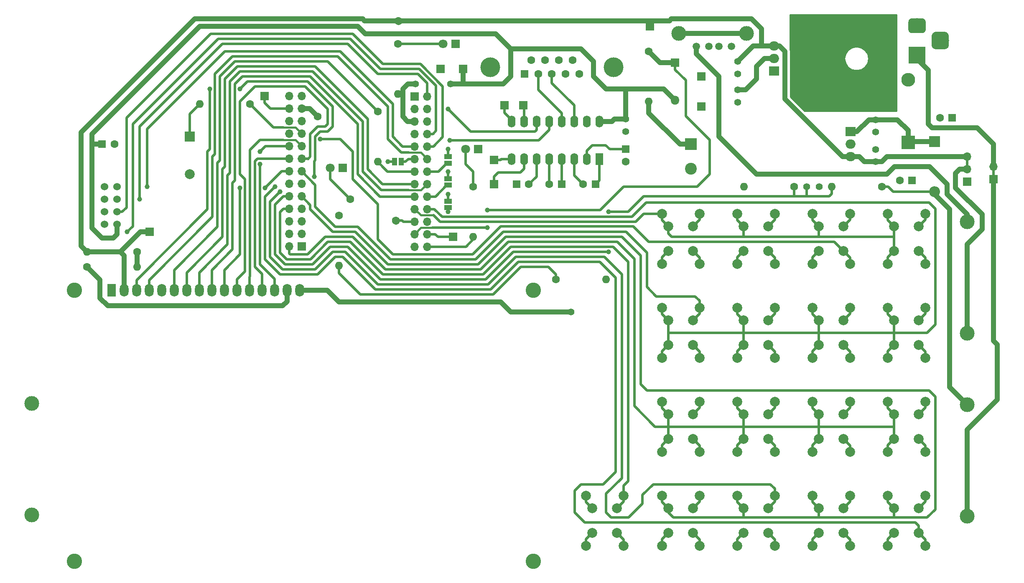
<source format=gbr>
G04 #@! TF.GenerationSoftware,KiCad,Pcbnew,(6.0.0-rc1-dev-1289-g6d8ca311f)*
G04 #@! TF.CreationDate,2018-12-30T23:18:29+01:00
G04 #@! TF.ProjectId,CT800_PCB,43543830-305f-4504-9342-2e6b69636164,rev?*
G04 #@! TF.SameCoordinates,Original*
G04 #@! TF.FileFunction,Copper,L1,Top*
G04 #@! TF.FilePolarity,Positive*
%FSLAX46Y46*%
G04 Gerber Fmt 4.6, Leading zero omitted, Abs format (unit mm)*
G04 Created by KiCad (PCBNEW (6.0.0-rc1-dev-1289-g6d8ca311f)) date 30.12.2018 23:18:29*
%MOMM*%
%LPD*%
G01*
G04 APERTURE LIST*
G04 #@! TA.AperFunction,ComponentPad*
%ADD10C,1.600000*%
G04 #@! TD*
G04 #@! TA.AperFunction,Conductor*
%ADD11C,1.600000*%
G04 #@! TD*
G04 #@! TA.AperFunction,SMDPad,CuDef*
%ADD12R,1.000000X1.500000*%
G04 #@! TD*
G04 #@! TA.AperFunction,SMDPad,CuDef*
%ADD13R,1.500000X1.000000*%
G04 #@! TD*
G04 #@! TA.AperFunction,ComponentPad*
%ADD14R,1.700000X1.700000*%
G04 #@! TD*
G04 #@! TA.AperFunction,ComponentPad*
%ADD15C,3.000000*%
G04 #@! TD*
G04 #@! TA.AperFunction,ComponentPad*
%ADD16O,1.600000X1.600000*%
G04 #@! TD*
G04 #@! TA.AperFunction,ComponentPad*
%ADD17O,1.700000X1.700000*%
G04 #@! TD*
G04 #@! TA.AperFunction,ComponentPad*
%ADD18C,3.100000*%
G04 #@! TD*
G04 #@! TA.AperFunction,ComponentPad*
%ADD19O,1.800000X2.600000*%
G04 #@! TD*
G04 #@! TA.AperFunction,ComponentPad*
%ADD20R,1.800000X2.600000*%
G04 #@! TD*
G04 #@! TA.AperFunction,ComponentPad*
%ADD21O,1.600000X2.400000*%
G04 #@! TD*
G04 #@! TA.AperFunction,ComponentPad*
%ADD22R,1.600000X2.400000*%
G04 #@! TD*
G04 #@! TA.AperFunction,ComponentPad*
%ADD23O,2.000000X1.905000*%
G04 #@! TD*
G04 #@! TA.AperFunction,ComponentPad*
%ADD24R,2.000000X1.905000*%
G04 #@! TD*
G04 #@! TA.AperFunction,ComponentPad*
%ADD25C,4.000000*%
G04 #@! TD*
G04 #@! TA.AperFunction,ComponentPad*
%ADD26R,1.600000X1.600000*%
G04 #@! TD*
G04 #@! TA.AperFunction,Conductor*
%ADD27C,0.100000*%
G04 #@! TD*
G04 #@! TA.AperFunction,ComponentPad*
%ADD28C,3.500000*%
G04 #@! TD*
G04 #@! TA.AperFunction,ComponentPad*
%ADD29R,3.500000X3.500000*%
G04 #@! TD*
G04 #@! TA.AperFunction,ComponentPad*
%ADD30C,1.800000*%
G04 #@! TD*
G04 #@! TA.AperFunction,ComponentPad*
%ADD31R,1.800000X1.800000*%
G04 #@! TD*
G04 #@! TA.AperFunction,ComponentPad*
%ADD32O,1.800000X1.800000*%
G04 #@! TD*
G04 #@! TA.AperFunction,ComponentPad*
%ADD33O,2.800000X2.800000*%
G04 #@! TD*
G04 #@! TA.AperFunction,ComponentPad*
%ADD34R,2.800000X2.800000*%
G04 #@! TD*
G04 #@! TA.AperFunction,ComponentPad*
%ADD35O,2.200000X2.200000*%
G04 #@! TD*
G04 #@! TA.AperFunction,ComponentPad*
%ADD36R,2.200000X2.200000*%
G04 #@! TD*
G04 #@! TA.AperFunction,ComponentPad*
%ADD37C,1.400000*%
G04 #@! TD*
G04 #@! TA.AperFunction,ComponentPad*
%ADD38C,2.400000*%
G04 #@! TD*
G04 #@! TA.AperFunction,ComponentPad*
%ADD39R,2.400000X2.400000*%
G04 #@! TD*
G04 #@! TA.AperFunction,ComponentPad*
%ADD40C,2.000000*%
G04 #@! TD*
G04 #@! TA.AperFunction,ComponentPad*
%ADD41R,2.000000X2.000000*%
G04 #@! TD*
G04 #@! TA.AperFunction,ComponentPad*
%ADD42C,1.524000*%
G04 #@! TD*
G04 #@! TA.AperFunction,ComponentPad*
%ADD43C,1.500000*%
G04 #@! TD*
G04 #@! TA.AperFunction,ViaPad*
%ADD44C,1.000000*%
G04 #@! TD*
G04 #@! TA.AperFunction,ViaPad*
%ADD45C,1.400000*%
G04 #@! TD*
G04 #@! TA.AperFunction,Conductor*
%ADD46C,0.500000*%
G04 #@! TD*
G04 #@! TA.AperFunction,Conductor*
%ADD47C,1.000000*%
G04 #@! TD*
G04 #@! TA.AperFunction,Conductor*
%ADD48C,0.400000*%
G04 #@! TD*
G04 #@! TA.AperFunction,Conductor*
%ADD49C,0.254000*%
G04 #@! TD*
G04 APERTURE END LIST*
D10*
G04 #@! TO.P,R13,2*
G04 #@! TO.N,+5V*
X123006805Y-37438471D03*
D11*
G04 #@! TD*
G04 #@! TO.N,+5V*
G04 #@! TO.C,R13*
X123006805Y-37438471D02*
X123006805Y-37438471D01*
D10*
G04 #@! TO.P,R13,1*
G04 #@! TO.N,Net-(R13-Pad1)*
X106680000Y-56896000D03*
G04 #@! TD*
D12*
G04 #@! TO.P,JP1,1*
G04 #@! TO.N,GND*
X122286000Y-66040000D03*
G04 #@! TO.P,JP1,2*
G04 #@! TO.N,Net-(JP1-Pad2)*
X123586000Y-66040000D03*
G04 #@! TD*
D13*
G04 #@! TO.P,JP3,1*
G04 #@! TO.N,GND*
X133096000Y-69454000D03*
G04 #@! TO.P,JP3,2*
G04 #@! TO.N,Net-(JP3-Pad2)*
X133096000Y-70754000D03*
G04 #@! TD*
D14*
G04 #@! TO.P,J4,1*
G04 #@! TO.N,Net-(J4-Pad1)*
X95885000Y-52705000D03*
G04 #@! TD*
G04 #@! TO.P,J3,1*
G04 #@! TO.N,Net-(J3-Pad1)*
X134112000Y-81280000D03*
G04 #@! TD*
D15*
G04 #@! TO.P,F3,2*
G04 #@! TO.N,+5V*
X238252000Y-100832000D03*
G04 #@! TO.P,F3,1*
G04 #@! TO.N,Net-(F3-Pad1)*
X238252000Y-78232000D03*
G04 #@! TD*
D16*
G04 #@! TO.P,R6,2*
G04 #@! TO.N,Net-(BZ1-Pad1)*
X82804000Y-54356000D03*
D10*
G04 #@! TO.P,R6,1*
G04 #@! TO.N,Net-(R6-Pad1)*
X92964000Y-54356000D03*
G04 #@! TD*
D13*
G04 #@! TO.P,JP4,1*
G04 #@! TO.N,GND*
X133096000Y-74026000D03*
G04 #@! TO.P,JP4,2*
G04 #@! TO.N,Net-(JP4-Pad2)*
X133096000Y-75326000D03*
G04 #@! TD*
G04 #@! TO.P,JP2,1*
G04 #@! TO.N,GND*
X133096000Y-65024000D03*
G04 #@! TO.P,JP2,2*
G04 #@! TO.N,Net-(JP2-Pad2)*
X133096000Y-66324000D03*
G04 #@! TD*
D17*
G04 #@! TO.P,U1,26*
G04 #@! TO.N,LED_ERR*
X128835754Y-83245949D03*
G04 #@! TO.P,U1,25*
G04 #@! TO.N,N/C*
X126295754Y-83245949D03*
G04 #@! TO.P,U1,24*
G04 #@! TO.N,Net-(J3-Pad1)*
X128835754Y-80705949D03*
G04 #@! TO.P,U1,23*
G04 #@! TO.N,VBAT*
X126295754Y-80705949D03*
G04 #@! TO.P,U1,22*
G04 #@! TO.N,Net-(JP4-Pad2)*
X128835754Y-78165949D03*
G04 #@! TO.P,U1,21*
G04 #@! TO.N,LED_OK*
X126295754Y-78165949D03*
G04 #@! TO.P,U1,20*
G04 #@! TO.N,KEY_ROW_2*
X128835754Y-75625949D03*
G04 #@! TO.P,U1,19*
G04 #@! TO.N,KEY_ROW_1*
X126295754Y-75625949D03*
G04 #@! TO.P,U1,18*
G04 #@! TO.N,Net-(JP3-Pad2)*
X128835754Y-73085949D03*
G04 #@! TO.P,U1,17*
G04 #@! TO.N,DISP_D2*
X126295754Y-73085949D03*
G04 #@! TO.P,U1,16*
G04 #@! TO.N,DISP_D1*
X128835754Y-70545949D03*
G04 #@! TO.P,U1,15*
G04 #@! TO.N,DISP_D0*
X126295754Y-70545949D03*
G04 #@! TO.P,U1,14*
G04 #@! TO.N,Net-(JP2-Pad2)*
X128835754Y-68005949D03*
G04 #@! TO.P,U1,13*
G04 #@! TO.N,DISP_EN*
X126295754Y-68005949D03*
G04 #@! TO.P,U1,12*
G04 #@! TO.N,DISP_RS*
X128835754Y-65465949D03*
G04 #@! TO.P,U1,11*
G04 #@! TO.N,Net-(JP1-Pad2)*
X126295754Y-65465949D03*
G04 #@! TO.P,U1,10*
G04 #@! TO.N,ESP_RST*
X128835754Y-62925949D03*
G04 #@! TO.P,U1,9*
G04 #@! TO.N,UART3_RX*
X126295754Y-62925949D03*
G04 #@! TO.P,U1,8*
G04 #@! TO.N,UART3_TX*
X128835754Y-60385949D03*
G04 #@! TO.P,U1,7*
G04 #@! TO.N,UART1_RX*
X126295754Y-60385949D03*
G04 #@! TO.P,U1,6*
G04 #@! TO.N,GND*
X128835754Y-57845949D03*
G04 #@! TO.P,U1,5*
G04 #@! TO.N,+3V3*
X126295754Y-57845949D03*
G04 #@! TO.P,U1,4*
G04 #@! TO.N,UART1_TX*
X128835754Y-55305949D03*
G04 #@! TO.P,U1,3*
G04 #@! TO.N,N/C*
X126295754Y-55305949D03*
G04 #@! TO.P,U1,2*
G04 #@! TO.N,ESP_EN*
X128835754Y-52765949D03*
D14*
G04 #@! TO.P,U1,1*
G04 #@! TO.N,N/C*
X126295754Y-52765949D03*
D17*
G04 #@! TO.P,U1,52*
X100904927Y-52757337D03*
G04 #@! TO.P,U1,51*
G04 #@! TO.N,GND*
X103444927Y-52757337D03*
G04 #@! TO.P,U1,50*
G04 #@! TO.N,Net-(J4-Pad1)*
X100904927Y-55297337D03*
G04 #@! TO.P,U1,49*
G04 #@! TO.N,Net-(R13-Pad1)*
X103444927Y-55297337D03*
G04 #@! TO.P,U1,48*
G04 #@! TO.N,KEY_COL_4*
X100904927Y-57837337D03*
G04 #@! TO.P,U1,47*
G04 #@! TO.N,KEY_COL_3*
X103444927Y-57837337D03*
G04 #@! TO.P,U1,46*
G04 #@! TO.N,KEY_COL_2*
X100904927Y-60377337D03*
G04 #@! TO.P,U1,45*
G04 #@! TO.N,Net-(R6-Pad1)*
X103444927Y-60377337D03*
G04 #@! TO.P,U1,44*
G04 #@! TO.N,DISP_D7*
X100904927Y-62917337D03*
G04 #@! TO.P,U1,43*
G04 #@! TO.N,DISP_D5*
X103444927Y-62917337D03*
G04 #@! TO.P,U1,42*
G04 #@! TO.N,DISP_D6*
X100904927Y-65457337D03*
G04 #@! TO.P,U1,41*
G04 #@! TO.N,DISP_D4*
X103444927Y-65457337D03*
G04 #@! TO.P,U1,40*
G04 #@! TO.N,DISP_D3*
X100904927Y-67997337D03*
G04 #@! TO.P,U1,39*
G04 #@! TO.N,KEY_COL_1*
X103444927Y-67997337D03*
G04 #@! TO.P,U1,38*
G04 #@! TO.N,N/C*
X100904927Y-70537337D03*
G04 #@! TO.P,U1,37*
G04 #@! TO.N,DISP_V0*
X103444927Y-70537337D03*
G04 #@! TO.P,U1,36*
G04 #@! TO.N,ADC_BATT*
X100904927Y-73077337D03*
G04 #@! TO.P,U1,35*
G04 #@! TO.N,KEY_ROW_4*
X103444927Y-73077337D03*
G04 #@! TO.P,U1,34*
G04 #@! TO.N,Net-(SW1-Pad2)*
X100904927Y-75617337D03*
G04 #@! TO.P,U1,33*
G04 #@! TO.N,LCMD*
X103444927Y-75617337D03*
G04 #@! TO.P,U1,32*
G04 #@! TO.N,GND*
X100904927Y-78157337D03*
G04 #@! TO.P,U1,31*
G04 #@! TO.N,N/C*
X103444927Y-78157337D03*
G04 #@! TO.P,U1,30*
X100904927Y-80697337D03*
G04 #@! TO.P,U1,29*
G04 #@! TO.N,GND*
X103444927Y-80697337D03*
G04 #@! TO.P,U1,28*
G04 #@! TO.N,KEY_ROW_3*
X100904927Y-83237337D03*
D14*
G04 #@! TO.P,U1,27*
G04 #@! TO.N,N/C*
X103444927Y-83237337D03*
G04 #@! TD*
D18*
G04 #@! TO.P,U5,*
G04 #@! TO.N,*
X150397000Y-92075000D03*
X150396480Y-147075700D03*
X57397900Y-147075700D03*
X57397900Y-92075000D03*
D19*
G04 #@! TO.P,U5,16*
G04 #@! TO.N,Net-(Q1-Pad3)*
X102997000Y-92075000D03*
G04 #@! TO.P,U5,15*
G04 #@! TO.N,Net-(R8-Pad1)*
X100457000Y-92075000D03*
G04 #@! TO.P,U5,14*
G04 #@! TO.N,DISP_D7*
X97917000Y-92075000D03*
G04 #@! TO.P,U5,13*
G04 #@! TO.N,DISP_D6*
X95377000Y-92075000D03*
G04 #@! TO.P,U5,12*
G04 #@! TO.N,DISP_D5*
X92837000Y-92075000D03*
G04 #@! TO.P,U5,11*
G04 #@! TO.N,DISP_D4*
X90297000Y-92075000D03*
G04 #@! TO.P,U5,10*
G04 #@! TO.N,DISP_D3*
X87757000Y-92075000D03*
G04 #@! TO.P,U5,9*
G04 #@! TO.N,DISP_D2*
X85217000Y-92075000D03*
G04 #@! TO.P,U5,8*
G04 #@! TO.N,DISP_D1*
X82677000Y-92075000D03*
G04 #@! TO.P,U5,7*
G04 #@! TO.N,DISP_D0*
X80137000Y-92075000D03*
G04 #@! TO.P,U5,6*
G04 #@! TO.N,Net-(R7-Pad1)*
X77597000Y-92075000D03*
G04 #@! TO.P,U5,5*
G04 #@! TO.N,GND*
X75057000Y-92075000D03*
G04 #@! TO.P,U5,4*
G04 #@! TO.N,DISP_RS*
X72517000Y-92075000D03*
G04 #@! TO.P,U5,3*
G04 #@! TO.N,DISP_V0*
X69977000Y-92075000D03*
G04 #@! TO.P,U5,2*
G04 #@! TO.N,+5V*
X67437000Y-92075000D03*
D20*
G04 #@! TO.P,U5,1*
G04 #@! TO.N,GND*
X64897000Y-92075000D03*
G04 #@! TD*
D14*
G04 #@! TO.P,J15,1*
G04 #@! TO.N,Net-(J15-Pad1)*
X142367000Y-65659000D03*
G04 #@! TD*
G04 #@! TO.P,J14,1*
G04 #@! TO.N,Net-(J14-Pad1)*
X142367000Y-70612000D03*
G04 #@! TD*
G04 #@! TO.P,J13,1*
G04 #@! TO.N,Net-(J13-Pad1)*
X144526000Y-54610000D03*
G04 #@! TD*
G04 #@! TO.P,J12,1*
G04 #@! TO.N,Net-(J12-Pad1)*
X148336000Y-54610000D03*
G04 #@! TD*
D21*
G04 #@! TO.P,U6,16*
G04 #@! TO.N,+3V3*
X163703000Y-57912000D03*
G04 #@! TO.P,U6,8*
G04 #@! TO.N,Net-(J15-Pad1)*
X145923000Y-65532000D03*
G04 #@! TO.P,U6,15*
G04 #@! TO.N,GND*
X161163000Y-57912000D03*
G04 #@! TO.P,U6,7*
G04 #@! TO.N,Net-(J14-Pad1)*
X148463000Y-65532000D03*
G04 #@! TO.P,U6,14*
G04 #@! TO.N,Net-(J17-Pad3)*
X158623000Y-57912000D03*
G04 #@! TO.P,U6,6*
G04 #@! TO.N,Net-(C14-Pad2)*
X151003000Y-65532000D03*
G04 #@! TO.P,U6,13*
G04 #@! TO.N,Net-(J17-Pad2)*
X156083000Y-57912000D03*
G04 #@! TO.P,U6,5*
G04 #@! TO.N,Net-(C12-Pad2)*
X153543000Y-65532000D03*
G04 #@! TO.P,U6,12*
G04 #@! TO.N,UART1_RX*
X153543000Y-57912000D03*
G04 #@! TO.P,U6,4*
G04 #@! TO.N,Net-(C12-Pad1)*
X156083000Y-65532000D03*
G04 #@! TO.P,U6,11*
G04 #@! TO.N,UART1_TX*
X151003000Y-57912000D03*
G04 #@! TO.P,U6,3*
G04 #@! TO.N,Net-(C10-Pad2)*
X158623000Y-65532000D03*
G04 #@! TO.P,U6,10*
G04 #@! TO.N,Net-(J12-Pad1)*
X148463000Y-57912000D03*
G04 #@! TO.P,U6,2*
G04 #@! TO.N,Net-(C13-Pad1)*
X161163000Y-65532000D03*
G04 #@! TO.P,U6,9*
G04 #@! TO.N,Net-(J13-Pad1)*
X145923000Y-57912000D03*
D22*
G04 #@! TO.P,U6,1*
G04 #@! TO.N,Net-(C10-Pad1)*
X163703000Y-65532000D03*
G04 #@! TD*
D23*
G04 #@! TO.P,U3,3*
G04 #@! TO.N,+5V*
X199159733Y-42584068D03*
G04 #@! TO.P,U3,2*
G04 #@! TO.N,+3V3*
X199159733Y-45124068D03*
D24*
G04 #@! TO.P,U3,1*
G04 #@! TO.N,GND*
X199159733Y-47664068D03*
G04 #@! TD*
D23*
G04 #@! TO.P,U2,3*
G04 #@! TO.N,+5V*
X214639720Y-65024000D03*
G04 #@! TO.P,U2,2*
G04 #@! TO.N,GND*
X214639720Y-62484000D03*
D24*
G04 #@! TO.P,U2,1*
G04 #@! TO.N,Net-(C2-Pad1)*
X214639720Y-59944000D03*
G04 #@! TD*
D16*
G04 #@! TO.P,R12,2*
G04 #@! TO.N,+3V3*
X122936000Y-52324000D03*
D10*
G04 #@! TO.P,R12,1*
G04 #@! TO.N,Net-(D6-Pad2)*
X122936000Y-42164000D03*
G04 #@! TD*
D16*
G04 #@! TO.P,R11,2*
G04 #@! TO.N,Net-(Q1-Pad1)*
X110998000Y-87122000D03*
D10*
G04 #@! TO.P,R11,1*
G04 #@! TO.N,LCMD*
X110998000Y-76962000D03*
G04 #@! TD*
D16*
G04 #@! TO.P,R10,2*
G04 #@! TO.N,GND*
X165100000Y-89916000D03*
D10*
G04 #@! TO.P,R10,1*
G04 #@! TO.N,Net-(Q1-Pad1)*
X154940000Y-89916000D03*
G04 #@! TD*
D16*
G04 #@! TO.P,R9,2*
G04 #@! TO.N,+5V*
X59944000Y-84328000D03*
D10*
G04 #@! TO.P,R9,1*
G04 #@! TO.N,Net-(R8-Pad2)*
X70104000Y-84328000D03*
G04 #@! TD*
D16*
G04 #@! TO.P,R8,2*
G04 #@! TO.N,Net-(R8-Pad2)*
X70104000Y-87376000D03*
D10*
G04 #@! TO.P,R8,1*
G04 #@! TO.N,Net-(R8-Pad1)*
X59944000Y-87376000D03*
G04 #@! TD*
D16*
G04 #@! TO.P,R7,2*
G04 #@! TO.N,DISP_EN*
X118872000Y-66040000D03*
D10*
G04 #@! TO.P,R7,1*
G04 #@! TO.N,Net-(R7-Pad1)*
X118872000Y-55880000D03*
G04 #@! TD*
D16*
G04 #@! TO.P,R5,2*
G04 #@! TO.N,Net-(C3-Pad1)*
X173736000Y-53848000D03*
D10*
G04 #@! TO.P,R5,1*
G04 #@! TO.N,VBAT*
X173736000Y-43688000D03*
G04 #@! TD*
D16*
G04 #@! TO.P,R4,2*
G04 #@! TO.N,LED_ERR*
X138176000Y-81280000D03*
D10*
G04 #@! TO.P,R4,1*
G04 #@! TO.N,Net-(D2-Pad2)*
X138176000Y-71120000D03*
G04 #@! TD*
D16*
G04 #@! TO.P,R3,2*
G04 #@! TO.N,GND*
X193040000Y-71120000D03*
D10*
G04 #@! TO.P,R3,1*
G04 #@! TO.N,ADC_BATT*
X203200000Y-71120000D03*
G04 #@! TD*
D16*
G04 #@! TO.P,R2,2*
G04 #@! TO.N,ADC_BATT*
X210820000Y-71120000D03*
D10*
G04 #@! TO.P,R2,1*
G04 #@! TO.N,+BATT*
X220980000Y-71120000D03*
G04 #@! TD*
G04 #@! TO.P,R1,2*
G04 #@! TO.N,LED_OK*
X122492087Y-77953802D03*
D11*
G04 #@! TD*
G04 #@! TO.N,LED_OK*
G04 #@! TO.C,R1*
X122492087Y-77953802D02*
X122492087Y-77953802D01*
D10*
G04 #@! TO.P,R1,1*
G04 #@! TO.N,Net-(D1-Pad2)*
X113284000Y-73660000D03*
G04 #@! TD*
D17*
G04 #@! TO.P,JP5,3*
G04 #@! TO.N,+5V*
X238252000Y-65024000D03*
G04 #@! TO.P,JP5,2*
X238252000Y-67564000D03*
D14*
G04 #@! TO.P,JP5,1*
G04 #@! TO.N,+BATT*
X238252000Y-70104000D03*
G04 #@! TD*
G04 #@! TO.P,J10,1*
G04 #@! TO.N,GND*
X131572000Y-47244000D03*
G04 #@! TD*
D25*
G04 #@! TO.P,J17,0*
G04 #@! TO.N,N/C*
X166630000Y-46840000D03*
X141630000Y-46840000D03*
D10*
G04 #@! TO.P,J17,9*
X158285000Y-45420000D03*
G04 #@! TO.P,J17,8*
X155515000Y-45420000D03*
G04 #@! TO.P,J17,7*
X152745000Y-45420000D03*
G04 #@! TO.P,J17,6*
X149975000Y-45420000D03*
G04 #@! TO.P,J17,5*
G04 #@! TO.N,GND*
X159670000Y-48260000D03*
G04 #@! TO.P,J17,4*
G04 #@! TO.N,N/C*
X156900000Y-48260000D03*
G04 #@! TO.P,J17,3*
G04 #@! TO.N,Net-(J17-Pad3)*
X154130000Y-48260000D03*
G04 #@! TO.P,J17,2*
G04 #@! TO.N,Net-(J17-Pad2)*
X151360000Y-48260000D03*
D26*
G04 #@! TO.P,J17,1*
G04 #@! TO.N,N/C*
X148590000Y-48260000D03*
G04 #@! TD*
D14*
G04 #@! TO.P,J11,1*
G04 #@! TO.N,GND*
X184404000Y-48768000D03*
G04 #@! TD*
G04 #@! TO.P,J9,1*
G04 #@! TO.N,+3V3*
X136144000Y-47244000D03*
G04 #@! TD*
G04 #@! TO.P,J8,1*
G04 #@! TO.N,+3V3*
X184404000Y-54864000D03*
G04 #@! TD*
G04 #@! TO.P,J7,1*
G04 #@! TO.N,+5V*
X72644000Y-80264000D03*
G04 #@! TD*
G04 #@! TO.P,J6,1*
G04 #@! TO.N,+5V*
X173990000Y-38608000D03*
G04 #@! TD*
D27*
G04 #@! TO.N,GND*
G04 #@! TO.C,J1*
G36*
X233752765Y-39704213D02*
X233837704Y-39716813D01*
X233920999Y-39737677D01*
X234001848Y-39766605D01*
X234079472Y-39803319D01*
X234153124Y-39847464D01*
X234222094Y-39898616D01*
X234285718Y-39956282D01*
X234343384Y-40019906D01*
X234394536Y-40088876D01*
X234438681Y-40162528D01*
X234475395Y-40240152D01*
X234504323Y-40321001D01*
X234525187Y-40404296D01*
X234537787Y-40489235D01*
X234542000Y-40575000D01*
X234542000Y-42325000D01*
X234537787Y-42410765D01*
X234525187Y-42495704D01*
X234504323Y-42578999D01*
X234475395Y-42659848D01*
X234438681Y-42737472D01*
X234394536Y-42811124D01*
X234343384Y-42880094D01*
X234285718Y-42943718D01*
X234222094Y-43001384D01*
X234153124Y-43052536D01*
X234079472Y-43096681D01*
X234001848Y-43133395D01*
X233920999Y-43162323D01*
X233837704Y-43183187D01*
X233752765Y-43195787D01*
X233667000Y-43200000D01*
X231917000Y-43200000D01*
X231831235Y-43195787D01*
X231746296Y-43183187D01*
X231663001Y-43162323D01*
X231582152Y-43133395D01*
X231504528Y-43096681D01*
X231430876Y-43052536D01*
X231361906Y-43001384D01*
X231298282Y-42943718D01*
X231240616Y-42880094D01*
X231189464Y-42811124D01*
X231145319Y-42737472D01*
X231108605Y-42659848D01*
X231079677Y-42578999D01*
X231058813Y-42495704D01*
X231046213Y-42410765D01*
X231042000Y-42325000D01*
X231042000Y-40575000D01*
X231046213Y-40489235D01*
X231058813Y-40404296D01*
X231079677Y-40321001D01*
X231108605Y-40240152D01*
X231145319Y-40162528D01*
X231189464Y-40088876D01*
X231240616Y-40019906D01*
X231298282Y-39956282D01*
X231361906Y-39898616D01*
X231430876Y-39847464D01*
X231504528Y-39803319D01*
X231582152Y-39766605D01*
X231663001Y-39737677D01*
X231746296Y-39716813D01*
X231831235Y-39704213D01*
X231917000Y-39700000D01*
X233667000Y-39700000D01*
X233752765Y-39704213D01*
X233752765Y-39704213D01*
G37*
D28*
G04 #@! TD*
G04 #@! TO.P,J1,3*
G04 #@! TO.N,GND*
X232792000Y-41450000D03*
D27*
G04 #@! TO.N,GND*
G04 #@! TO.C,J1*
G36*
X229165513Y-36953611D02*
X229238318Y-36964411D01*
X229309714Y-36982295D01*
X229379013Y-37007090D01*
X229445548Y-37038559D01*
X229508678Y-37076398D01*
X229567795Y-37120242D01*
X229622330Y-37169670D01*
X229671758Y-37224205D01*
X229715602Y-37283322D01*
X229753441Y-37346452D01*
X229784910Y-37412987D01*
X229809705Y-37482286D01*
X229827589Y-37553682D01*
X229838389Y-37626487D01*
X229842000Y-37700000D01*
X229842000Y-39200000D01*
X229838389Y-39273513D01*
X229827589Y-39346318D01*
X229809705Y-39417714D01*
X229784910Y-39487013D01*
X229753441Y-39553548D01*
X229715602Y-39616678D01*
X229671758Y-39675795D01*
X229622330Y-39730330D01*
X229567795Y-39779758D01*
X229508678Y-39823602D01*
X229445548Y-39861441D01*
X229379013Y-39892910D01*
X229309714Y-39917705D01*
X229238318Y-39935589D01*
X229165513Y-39946389D01*
X229092000Y-39950000D01*
X227092000Y-39950000D01*
X227018487Y-39946389D01*
X226945682Y-39935589D01*
X226874286Y-39917705D01*
X226804987Y-39892910D01*
X226738452Y-39861441D01*
X226675322Y-39823602D01*
X226616205Y-39779758D01*
X226561670Y-39730330D01*
X226512242Y-39675795D01*
X226468398Y-39616678D01*
X226430559Y-39553548D01*
X226399090Y-39487013D01*
X226374295Y-39417714D01*
X226356411Y-39346318D01*
X226345611Y-39273513D01*
X226342000Y-39200000D01*
X226342000Y-37700000D01*
X226345611Y-37626487D01*
X226356411Y-37553682D01*
X226374295Y-37482286D01*
X226399090Y-37412987D01*
X226430559Y-37346452D01*
X226468398Y-37283322D01*
X226512242Y-37224205D01*
X226561670Y-37169670D01*
X226616205Y-37120242D01*
X226675322Y-37076398D01*
X226738452Y-37038559D01*
X226804987Y-37007090D01*
X226874286Y-36982295D01*
X226945682Y-36964411D01*
X227018487Y-36953611D01*
X227092000Y-36950000D01*
X229092000Y-36950000D01*
X229165513Y-36953611D01*
X229165513Y-36953611D01*
G37*
D15*
G04 #@! TD*
G04 #@! TO.P,J1,2*
G04 #@! TO.N,GND*
X228092000Y-38450000D03*
D29*
G04 #@! TO.P,J1,1*
G04 #@! TO.N,Net-(F1-Pad2)*
X228092000Y-44450000D03*
G04 #@! TD*
D15*
G04 #@! TO.P,F2,2*
G04 #@! TO.N,GND*
X48768000Y-115068000D03*
G04 #@! TO.P,F2,1*
X48768000Y-137668000D03*
G04 #@! TD*
G04 #@! TO.P,F1,2*
G04 #@! TO.N,Net-(F1-Pad2)*
X238252000Y-137916000D03*
G04 #@! TO.P,F1,1*
G04 #@! TO.N,+BATT*
X238252000Y-115316000D03*
G04 #@! TD*
D30*
G04 #@! TO.P,D6,2*
G04 #@! TO.N,Net-(D6-Pad2)*
X132080000Y-42164000D03*
D31*
G04 #@! TO.P,D6,1*
G04 #@! TO.N,GND*
X134620000Y-42164000D03*
G04 #@! TD*
D32*
G04 #@! TO.P,D5,2*
G04 #@! TO.N,+3V3*
X179070000Y-53594000D03*
D31*
G04 #@! TO.P,D5,1*
G04 #@! TO.N,VBAT*
X179070000Y-45974000D03*
G04 #@! TD*
D33*
G04 #@! TO.P,D4,2*
G04 #@! TO.N,GND*
X226314000Y-49403000D03*
D34*
G04 #@! TO.P,D4,1*
G04 #@! TO.N,Net-(C2-Pad1)*
X226314000Y-62103000D03*
G04 #@! TD*
D35*
G04 #@! TO.P,D3,2*
G04 #@! TO.N,+BATT*
X231648000Y-72136000D03*
D36*
G04 #@! TO.P,D3,1*
G04 #@! TO.N,Net-(C2-Pad1)*
X231648000Y-61976000D03*
G04 #@! TD*
D30*
G04 #@! TO.P,D2,2*
G04 #@! TO.N,Net-(D2-Pad2)*
X136652000Y-63500000D03*
D31*
G04 #@! TO.P,D2,1*
G04 #@! TO.N,GND*
X139192000Y-63500000D03*
G04 #@! TD*
D30*
G04 #@! TO.P,D1,2*
G04 #@! TO.N,Net-(D1-Pad2)*
X109220000Y-67310000D03*
D31*
G04 #@! TO.P,D1,1*
G04 #@! TO.N,GND*
X111760000Y-67310000D03*
G04 #@! TD*
D10*
G04 #@! TO.P,C14,2*
G04 #@! TO.N,Net-(C14-Pad2)*
X149439000Y-70612000D03*
D26*
G04 #@! TO.P,C14,1*
G04 #@! TO.N,GND*
X146939000Y-70612000D03*
G04 #@! TD*
D10*
G04 #@! TO.P,C13,2*
G04 #@! TO.N,GND*
X169037000Y-66000000D03*
D26*
G04 #@! TO.P,C13,1*
G04 #@! TO.N,Net-(C13-Pad1)*
X169037000Y-63500000D03*
G04 #@! TD*
D10*
G04 #@! TO.P,C12,2*
G04 #@! TO.N,Net-(C12-Pad2)*
X153583000Y-70612000D03*
D26*
G04 #@! TO.P,C12,1*
G04 #@! TO.N,Net-(C12-Pad1)*
X156083000Y-70612000D03*
G04 #@! TD*
D37*
G04 #@! TO.P,C11,2*
G04 #@! TO.N,GND*
X169037000Y-59904000D03*
G04 #@! TO.P,C11,1*
G04 #@! TO.N,+3V3*
X169037000Y-57404000D03*
G04 #@! TD*
D10*
G04 #@! TO.P,C10,2*
G04 #@! TO.N,Net-(C10-Pad2)*
X160441000Y-70612000D03*
D26*
G04 #@! TO.P,C10,1*
G04 #@! TO.N,Net-(C10-Pad1)*
X162941000Y-70612000D03*
G04 #@! TD*
D10*
G04 #@! TO.P,C9,2*
G04 #@! TO.N,GND*
X65492000Y-62484000D03*
D26*
G04 #@! TO.P,C9,1*
G04 #@! TO.N,+3V3*
X62992000Y-62484000D03*
G04 #@! TD*
D37*
G04 #@! TO.P,C8,2*
G04 #@! TO.N,GND*
X191793733Y-53974068D03*
G04 #@! TO.P,C8,1*
G04 #@! TO.N,+3V3*
X191793733Y-51474068D03*
G04 #@! TD*
G04 #@! TO.P,C7,2*
G04 #@! TO.N,GND*
X191793733Y-48220000D03*
G04 #@! TO.P,C7,1*
G04 #@! TO.N,+5V*
X191793733Y-45720000D03*
G04 #@! TD*
G04 #@! TO.P,C5,2*
G04 #@! TO.N,GND*
X219710000Y-63540000D03*
G04 #@! TO.P,C5,1*
G04 #@! TO.N,+5V*
X219710000Y-66040000D03*
G04 #@! TD*
G04 #@! TO.P,C4,2*
G04 #@! TO.N,GND*
X219710000Y-60015728D03*
G04 #@! TO.P,C4,1*
G04 #@! TO.N,Net-(C2-Pad1)*
X219710000Y-57515728D03*
G04 #@! TD*
D38*
G04 #@! TO.P,C3,2*
G04 #@! TO.N,GND*
X182245000Y-67484000D03*
D39*
G04 #@! TO.P,C3,1*
G04 #@! TO.N,Net-(C3-Pad1)*
X182245000Y-62484000D03*
G04 #@! TD*
D10*
G04 #@! TO.P,C2,2*
G04 #@! TO.N,GND*
X224576000Y-69850000D03*
D26*
G04 #@! TO.P,C2,1*
G04 #@! TO.N,Net-(C2-Pad1)*
X227076000Y-69850000D03*
G04 #@! TD*
D37*
G04 #@! TO.P,C1,2*
G04 #@! TO.N,GND*
X208240000Y-71120000D03*
G04 #@! TO.P,C1,1*
G04 #@! TO.N,ADC_BATT*
X205740000Y-71120000D03*
G04 #@! TD*
D40*
G04 #@! TO.P,BZ1,2*
G04 #@! TO.N,GND*
X80772000Y-68560000D03*
D41*
G04 #@! TO.P,BZ1,1*
G04 #@! TO.N,Net-(BZ1-Pad1)*
X80772000Y-60960000D03*
G04 #@! TD*
D10*
G04 #@! TO.P,C6,2*
G04 #@! TO.N,GND*
X232704000Y-57150000D03*
D26*
G04 #@! TO.P,C6,1*
G04 #@! TO.N,+5V*
X235204000Y-57150000D03*
G04 #@! TD*
D40*
G04 #@! TO.P,SW17,1*
G04 #@! TO.N,KEY_ROW_4*
X222123000Y-143891000D03*
G04 #@! TO.P,SW17,2*
G04 #@! TO.N,KEY_COL_4*
X229743000Y-143891000D03*
X229743000Y-133731000D03*
G04 #@! TO.P,SW17,1*
G04 #@! TO.N,KEY_ROW_4*
X222123000Y-133731000D03*
X223393000Y-141271000D03*
G04 #@! TO.P,SW17,2*
G04 #@! TO.N,KEY_COL_4*
X228393000Y-141271000D03*
X228393000Y-136271000D03*
G04 #@! TO.P,SW17,1*
G04 #@! TO.N,KEY_ROW_4*
X223393000Y-136271000D03*
G04 #@! TD*
G04 #@! TO.P,SW13,1*
G04 #@! TO.N,KEY_ROW_4*
X206883000Y-143891000D03*
G04 #@! TO.P,SW13,2*
G04 #@! TO.N,KEY_COL_3*
X214503000Y-143891000D03*
X214503000Y-133731000D03*
G04 #@! TO.P,SW13,1*
G04 #@! TO.N,KEY_ROW_4*
X206883000Y-133731000D03*
X208153000Y-141271000D03*
G04 #@! TO.P,SW13,2*
G04 #@! TO.N,KEY_COL_3*
X213153000Y-141271000D03*
X213153000Y-136271000D03*
G04 #@! TO.P,SW13,1*
G04 #@! TO.N,KEY_ROW_4*
X208153000Y-136271000D03*
G04 #@! TD*
G04 #@! TO.P,SW9,1*
G04 #@! TO.N,KEY_ROW_4*
X191643000Y-143891000D03*
G04 #@! TO.P,SW9,2*
G04 #@! TO.N,KEY_COL_2*
X199263000Y-143891000D03*
X199263000Y-133731000D03*
G04 #@! TO.P,SW9,1*
G04 #@! TO.N,KEY_ROW_4*
X191643000Y-133731000D03*
X192913000Y-141271000D03*
G04 #@! TO.P,SW9,2*
G04 #@! TO.N,KEY_COL_2*
X197913000Y-141271000D03*
X197913000Y-136271000D03*
G04 #@! TO.P,SW9,1*
G04 #@! TO.N,KEY_ROW_4*
X192913000Y-136271000D03*
G04 #@! TD*
G04 #@! TO.P,SW5,1*
G04 #@! TO.N,KEY_ROW_4*
X176403000Y-143891000D03*
G04 #@! TO.P,SW5,2*
G04 #@! TO.N,KEY_COL_1*
X184023000Y-143891000D03*
X184023000Y-133731000D03*
G04 #@! TO.P,SW5,1*
G04 #@! TO.N,KEY_ROW_4*
X176403000Y-133731000D03*
X177673000Y-141271000D03*
G04 #@! TO.P,SW5,2*
G04 #@! TO.N,KEY_COL_1*
X182673000Y-141271000D03*
X182673000Y-136271000D03*
G04 #@! TO.P,SW5,1*
G04 #@! TO.N,KEY_ROW_4*
X177673000Y-136271000D03*
G04 #@! TD*
G04 #@! TO.P,SW1,1*
G04 #@! TO.N,GND*
X161036000Y-143891000D03*
G04 #@! TO.P,SW1,2*
G04 #@! TO.N,Net-(SW1-Pad2)*
X168656000Y-143891000D03*
X168656000Y-133731000D03*
G04 #@! TO.P,SW1,1*
G04 #@! TO.N,GND*
X161036000Y-133731000D03*
X162306000Y-141271000D03*
G04 #@! TO.P,SW1,2*
G04 #@! TO.N,Net-(SW1-Pad2)*
X167306000Y-141271000D03*
X167306000Y-136271000D03*
G04 #@! TO.P,SW1,1*
G04 #@! TO.N,GND*
X162306000Y-136271000D03*
G04 #@! TD*
G04 #@! TO.P,SW16,1*
G04 #@! TO.N,KEY_ROW_3*
X222123000Y-124841000D03*
G04 #@! TO.P,SW16,2*
G04 #@! TO.N,KEY_COL_4*
X229743000Y-124841000D03*
X229743000Y-114681000D03*
G04 #@! TO.P,SW16,1*
G04 #@! TO.N,KEY_ROW_3*
X222123000Y-114681000D03*
X223393000Y-122221000D03*
G04 #@! TO.P,SW16,2*
G04 #@! TO.N,KEY_COL_4*
X228393000Y-122221000D03*
X228393000Y-117221000D03*
G04 #@! TO.P,SW16,1*
G04 #@! TO.N,KEY_ROW_3*
X223393000Y-117221000D03*
G04 #@! TD*
G04 #@! TO.P,SW12,1*
G04 #@! TO.N,KEY_ROW_3*
X206883000Y-124841000D03*
G04 #@! TO.P,SW12,2*
G04 #@! TO.N,KEY_COL_3*
X214503000Y-124841000D03*
X214503000Y-114681000D03*
G04 #@! TO.P,SW12,1*
G04 #@! TO.N,KEY_ROW_3*
X206883000Y-114681000D03*
X208153000Y-122221000D03*
G04 #@! TO.P,SW12,2*
G04 #@! TO.N,KEY_COL_3*
X213153000Y-122221000D03*
X213153000Y-117221000D03*
G04 #@! TO.P,SW12,1*
G04 #@! TO.N,KEY_ROW_3*
X208153000Y-117221000D03*
G04 #@! TD*
G04 #@! TO.P,SW8,1*
G04 #@! TO.N,KEY_ROW_3*
X192913000Y-117221000D03*
G04 #@! TO.P,SW8,2*
G04 #@! TO.N,KEY_COL_2*
X197913000Y-117221000D03*
X197913000Y-122221000D03*
G04 #@! TO.P,SW8,1*
G04 #@! TO.N,KEY_ROW_3*
X192913000Y-122221000D03*
X191643000Y-114681000D03*
G04 #@! TO.P,SW8,2*
G04 #@! TO.N,KEY_COL_2*
X199263000Y-114681000D03*
X199263000Y-124841000D03*
G04 #@! TO.P,SW8,1*
G04 #@! TO.N,KEY_ROW_3*
X191643000Y-124841000D03*
G04 #@! TD*
G04 #@! TO.P,SW4,1*
G04 #@! TO.N,KEY_ROW_3*
X176403000Y-124841000D03*
G04 #@! TO.P,SW4,2*
G04 #@! TO.N,KEY_COL_1*
X184023000Y-124841000D03*
X184023000Y-114681000D03*
G04 #@! TO.P,SW4,1*
G04 #@! TO.N,KEY_ROW_3*
X176403000Y-114681000D03*
X177673000Y-122221000D03*
G04 #@! TO.P,SW4,2*
G04 #@! TO.N,KEY_COL_1*
X182673000Y-122221000D03*
X182673000Y-117221000D03*
G04 #@! TO.P,SW4,1*
G04 #@! TO.N,KEY_ROW_3*
X177673000Y-117221000D03*
G04 #@! TD*
G04 #@! TO.P,SW15,1*
G04 #@! TO.N,KEY_ROW_2*
X222123000Y-105791000D03*
G04 #@! TO.P,SW15,2*
G04 #@! TO.N,KEY_COL_4*
X229743000Y-105791000D03*
X229743000Y-95631000D03*
G04 #@! TO.P,SW15,1*
G04 #@! TO.N,KEY_ROW_2*
X222123000Y-95631000D03*
X223393000Y-103171000D03*
G04 #@! TO.P,SW15,2*
G04 #@! TO.N,KEY_COL_4*
X228393000Y-103171000D03*
X228393000Y-98171000D03*
G04 #@! TO.P,SW15,1*
G04 #@! TO.N,KEY_ROW_2*
X223393000Y-98171000D03*
G04 #@! TD*
G04 #@! TO.P,SW11,1*
G04 #@! TO.N,KEY_ROW_2*
X206883000Y-105791000D03*
G04 #@! TO.P,SW11,2*
G04 #@! TO.N,KEY_COL_3*
X214503000Y-105791000D03*
X214503000Y-95631000D03*
G04 #@! TO.P,SW11,1*
G04 #@! TO.N,KEY_ROW_2*
X206883000Y-95631000D03*
X208153000Y-103171000D03*
G04 #@! TO.P,SW11,2*
G04 #@! TO.N,KEY_COL_3*
X213153000Y-103171000D03*
X213153000Y-98171000D03*
G04 #@! TO.P,SW11,1*
G04 #@! TO.N,KEY_ROW_2*
X208153000Y-98171000D03*
G04 #@! TD*
G04 #@! TO.P,SW7,1*
G04 #@! TO.N,KEY_ROW_2*
X191643000Y-105791000D03*
G04 #@! TO.P,SW7,2*
G04 #@! TO.N,KEY_COL_2*
X199263000Y-105791000D03*
X199263000Y-95631000D03*
G04 #@! TO.P,SW7,1*
G04 #@! TO.N,KEY_ROW_2*
X191643000Y-95631000D03*
X192913000Y-103171000D03*
G04 #@! TO.P,SW7,2*
G04 #@! TO.N,KEY_COL_2*
X197913000Y-103171000D03*
X197913000Y-98171000D03*
G04 #@! TO.P,SW7,1*
G04 #@! TO.N,KEY_ROW_2*
X192913000Y-98171000D03*
G04 #@! TD*
G04 #@! TO.P,SW3,1*
G04 #@! TO.N,KEY_ROW_2*
X176403000Y-105791000D03*
G04 #@! TO.P,SW3,2*
G04 #@! TO.N,KEY_COL_1*
X184023000Y-105791000D03*
X184023000Y-95631000D03*
G04 #@! TO.P,SW3,1*
G04 #@! TO.N,KEY_ROW_2*
X176403000Y-95631000D03*
X177673000Y-103171000D03*
G04 #@! TO.P,SW3,2*
G04 #@! TO.N,KEY_COL_1*
X182673000Y-103171000D03*
X182673000Y-98171000D03*
G04 #@! TO.P,SW3,1*
G04 #@! TO.N,KEY_ROW_2*
X177673000Y-98171000D03*
G04 #@! TD*
G04 #@! TO.P,SW14,1*
G04 #@! TO.N,KEY_ROW_1*
X222123000Y-86741000D03*
G04 #@! TO.P,SW14,2*
G04 #@! TO.N,KEY_COL_4*
X229743000Y-86741000D03*
X229743000Y-76581000D03*
G04 #@! TO.P,SW14,1*
G04 #@! TO.N,KEY_ROW_1*
X222123000Y-76581000D03*
X223393000Y-84121000D03*
G04 #@! TO.P,SW14,2*
G04 #@! TO.N,KEY_COL_4*
X228393000Y-84121000D03*
X228393000Y-79121000D03*
G04 #@! TO.P,SW14,1*
G04 #@! TO.N,KEY_ROW_1*
X223393000Y-79121000D03*
G04 #@! TD*
G04 #@! TO.P,SW10,1*
G04 #@! TO.N,KEY_ROW_1*
X206883000Y-86741000D03*
G04 #@! TO.P,SW10,2*
G04 #@! TO.N,KEY_COL_3*
X214503000Y-86741000D03*
X214503000Y-76581000D03*
G04 #@! TO.P,SW10,1*
G04 #@! TO.N,KEY_ROW_1*
X206883000Y-76581000D03*
X208153000Y-84121000D03*
G04 #@! TO.P,SW10,2*
G04 #@! TO.N,KEY_COL_3*
X213153000Y-84121000D03*
X213153000Y-79121000D03*
G04 #@! TO.P,SW10,1*
G04 #@! TO.N,KEY_ROW_1*
X208153000Y-79121000D03*
G04 #@! TD*
G04 #@! TO.P,SW6,1*
G04 #@! TO.N,KEY_ROW_1*
X191643000Y-86741000D03*
G04 #@! TO.P,SW6,2*
G04 #@! TO.N,KEY_COL_2*
X199263000Y-86741000D03*
X199263000Y-76581000D03*
G04 #@! TO.P,SW6,1*
G04 #@! TO.N,KEY_ROW_1*
X191643000Y-76581000D03*
X192913000Y-84121000D03*
G04 #@! TO.P,SW6,2*
G04 #@! TO.N,KEY_COL_2*
X197913000Y-84121000D03*
X197913000Y-79121000D03*
G04 #@! TO.P,SW6,1*
G04 #@! TO.N,KEY_ROW_1*
X192913000Y-79121000D03*
G04 #@! TD*
G04 #@! TO.P,SW2,1*
G04 #@! TO.N,KEY_ROW_1*
X177673000Y-79121000D03*
G04 #@! TO.P,SW2,2*
G04 #@! TO.N,KEY_COL_1*
X182673000Y-79121000D03*
X182673000Y-84121000D03*
G04 #@! TO.P,SW2,1*
G04 #@! TO.N,KEY_ROW_1*
X177673000Y-84121000D03*
X176403000Y-76581000D03*
G04 #@! TO.P,SW2,2*
G04 #@! TO.N,KEY_COL_1*
X184023000Y-76581000D03*
X184023000Y-86741000D03*
G04 #@! TO.P,SW2,1*
G04 #@! TO.N,KEY_ROW_1*
X176403000Y-86741000D03*
G04 #@! TD*
D42*
G04 #@! TO.P,U4,8*
G04 #@! TO.N,+3V3*
X66040000Y-78740000D03*
G04 #@! TO.P,U4,7*
G04 #@! TO.N,ESP_RST*
X66040000Y-76200000D03*
G04 #@! TO.P,U4,6*
G04 #@! TO.N,ESP_EN*
X66040000Y-73660000D03*
G04 #@! TO.P,U4,5*
G04 #@! TO.N,UART3_RX*
X66040000Y-71120000D03*
G04 #@! TO.P,U4,4*
G04 #@! TO.N,UART3_TX*
X63500000Y-78740000D03*
G04 #@! TO.P,U4,3*
G04 #@! TO.N,N/C*
X63500000Y-76200000D03*
G04 #@! TO.P,U4,2*
X63500000Y-73660000D03*
G04 #@! TO.P,U4,1*
G04 #@! TO.N,GND*
X63500000Y-71120000D03*
G04 #@! TD*
D14*
G04 #@! TO.P,J2,1*
G04 #@! TO.N,Net-(F1-Pad2)*
X243586000Y-69596000D03*
D17*
G04 #@! TO.P,J2,2*
X243586000Y-67056000D03*
G04 #@! TD*
D15*
G04 #@! TO.P,J16,5*
G04 #@! TO.N,Net-(J16-Pad5)*
X179828000Y-40002000D03*
X193548000Y-40002000D03*
D43*
G04 #@! TO.P,J16,1*
G04 #@! TO.N,Net-(F3-Pad1)*
X183388000Y-42672000D03*
G04 #@! TO.P,J16,2*
G04 #@! TO.N,N/C*
X185928000Y-42672000D03*
G04 #@! TO.P,J16,3*
X187958000Y-42672000D03*
G04 #@! TO.P,J16,4*
G04 #@! TO.N,GND*
X190498000Y-42672000D03*
G04 #@! TD*
D44*
G04 #@! TO.N,GND*
X120904000Y-66040000D03*
X133096000Y-72644000D03*
X133096000Y-68072000D03*
X133096000Y-63500000D03*
D45*
G04 #@! TO.N,+3V3*
X203200000Y-38608000D03*
X205232000Y-38608000D03*
X207264000Y-38608000D03*
X209296000Y-38608000D03*
X211328000Y-38608000D03*
X220472000Y-43180000D03*
X220472000Y-45212000D03*
X203200000Y-51816000D03*
X205232000Y-51816000D03*
X211328000Y-51816000D03*
X220472000Y-49276000D03*
X209296000Y-51816000D03*
X207264000Y-51816000D03*
X215392000Y-38608000D03*
X213360000Y-38608000D03*
X213360000Y-51816000D03*
X215392000Y-51816000D03*
X220472000Y-47244000D03*
X220472000Y-41148000D03*
X126492000Y-50292000D03*
X133604000Y-50292000D03*
X217424000Y-51816000D03*
X219456000Y-51816000D03*
X219456000Y-38608000D03*
X217424000Y-38608000D03*
D44*
G04 #@! TO.N,KEY_COL_2*
X99060000Y-72136000D03*
G04 #@! TO.N,KEY_COL_3*
X107188000Y-61468000D03*
G04 #@! TO.N,KEY_COL_4*
X98044000Y-71120000D03*
G04 #@! TO.N,DISP_V0*
X84836000Y-51308000D03*
X90932000Y-51308000D03*
X105975754Y-69088000D03*
G04 #@! TO.N,DISP_D3*
X96012000Y-71374000D03*
X90932000Y-71374000D03*
G04 #@! TO.N,DISP_D7*
X94996000Y-64008000D03*
X94996000Y-66548000D03*
G04 #@! TO.N,VBAT*
X141056050Y-79415950D03*
X141056050Y-75859950D03*
G04 #@! TO.N,UART1_TX*
X133096000Y-55372000D03*
G04 #@! TO.N,UART1_RX*
X133396052Y-61675948D03*
G04 #@! TO.N,UART3_TX*
X68072000Y-80264000D03*
G04 #@! TO.N,UART3_RX*
X72136000Y-71120000D03*
G04 #@! TO.N,ESP_EN*
X70612000Y-73660000D03*
D45*
G04 #@! TO.N,Net-(Q1-Pad3)*
X157988000Y-96520000D03*
D44*
G04 #@! TO.N,ADC_BATT*
X165608000Y-84328000D03*
X165608000Y-76200000D03*
G04 #@! TO.N,Net-(JP4-Pad2)*
X133096000Y-76200000D03*
G04 #@! TD*
D46*
G04 #@! TO.N,GND*
X161036000Y-135001000D02*
X162306000Y-136271000D01*
X161036000Y-133731000D02*
X161036000Y-135001000D01*
X161036000Y-142541000D02*
X162306000Y-141271000D01*
X161036000Y-143891000D02*
X161036000Y-142541000D01*
X122286000Y-66040000D02*
X120904000Y-66040000D01*
X133096000Y-74026000D02*
X133096000Y-72644000D01*
X133096000Y-69454000D02*
X133096000Y-68072000D01*
X133096000Y-65024000D02*
X133096000Y-63500000D01*
D47*
G04 #@! TO.N,+5V*
X220980000Y-66040000D02*
X219710000Y-66040000D01*
X236728000Y-65024000D02*
X221996000Y-65024000D01*
X221996000Y-65024000D02*
X220980000Y-66040000D01*
D46*
X238252000Y-67564000D02*
X238252000Y-65024000D01*
D47*
X218440000Y-66040000D02*
X219710000Y-66040000D01*
X214639720Y-65024000D02*
X216408000Y-65024000D01*
X217424000Y-66040000D02*
X218440000Y-66040000D01*
X216408000Y-65024000D02*
X217424000Y-66040000D01*
X194841733Y-42672000D02*
X191793733Y-45720000D01*
X194929665Y-42584068D02*
X194841733Y-42672000D01*
X196596000Y-39116000D02*
X196596000Y-42584068D01*
X199159733Y-42584068D02*
X196596000Y-42584068D01*
X196596000Y-42584068D02*
X194929665Y-42584068D01*
X196596000Y-39116000D02*
X194564000Y-37084000D01*
X212979000Y-65024000D02*
X214639720Y-65024000D01*
X201295000Y-53340000D02*
X212979000Y-65024000D01*
X201295000Y-43688000D02*
X201295000Y-53340000D01*
X199159733Y-42584068D02*
X200191068Y-42584068D01*
X200191068Y-42584068D02*
X201295000Y-43688000D01*
X236728000Y-67564000D02*
X238252000Y-67564000D01*
X238252000Y-100832000D02*
X238252000Y-82804000D01*
X238252000Y-82804000D02*
X241300000Y-79756000D01*
X241300000Y-79756000D02*
X241300000Y-76708000D01*
X241300000Y-76708000D02*
X235896010Y-71304010D01*
X235896010Y-71304010D02*
X235896010Y-68395990D01*
X235896010Y-68395990D02*
X236728000Y-67564000D01*
X59944000Y-84328000D02*
X61849000Y-84328000D01*
X236728000Y-65024000D02*
X238252000Y-65024000D01*
G04 #@! TO.N,+3V3*
X163703000Y-57912000D02*
X166243000Y-57912000D01*
X166751000Y-57404000D02*
X169037000Y-57404000D01*
X166243000Y-57912000D02*
X166751000Y-57404000D01*
X126492000Y-50292000D02*
X126492000Y-50292000D01*
X124968000Y-50292000D02*
X126492000Y-50292000D01*
X123952000Y-51308000D02*
X124968000Y-50292000D01*
X124901949Y-57845949D02*
X123952000Y-56896000D01*
X126295754Y-57845949D02*
X124901949Y-57845949D01*
X176784000Y-51308000D02*
X179070000Y-53594000D01*
X160020000Y-43180000D02*
X162560000Y-45720000D01*
X165100000Y-51308000D02*
X167132000Y-51308000D01*
X165100000Y-51308000D02*
X162560000Y-48768000D01*
X162560000Y-45720000D02*
X162560000Y-48768000D01*
X169164000Y-51308000D02*
X169037000Y-51435000D01*
X169164000Y-51308000D02*
X176784000Y-51308000D01*
X167132000Y-51308000D02*
X169164000Y-51308000D01*
X145796000Y-48768000D02*
X145796000Y-43180000D01*
X144272000Y-50292000D02*
X145796000Y-48768000D01*
X145796000Y-43180000D02*
X160020000Y-43180000D01*
X137668000Y-50292000D02*
X144272000Y-50292000D01*
X136652000Y-50292000D02*
X137668000Y-50292000D01*
X169037000Y-51435000D02*
X169037000Y-57404000D01*
X122936000Y-52324000D02*
X123952000Y-52324000D01*
X123952000Y-56896000D02*
X123952000Y-52324000D01*
X123952000Y-52324000D02*
X123952000Y-51308000D01*
X133604000Y-50292000D02*
X136144000Y-50292000D01*
X136144000Y-50292000D02*
X136652000Y-50292000D01*
X136144000Y-47244000D02*
X136144000Y-50292000D01*
X197191932Y-45124068D02*
X199159733Y-45124068D01*
X195580000Y-46736000D02*
X197191932Y-45124068D01*
X195580000Y-49276000D02*
X195580000Y-46736000D01*
X191793733Y-51474068D02*
X193381932Y-51474068D01*
X193381932Y-51474068D02*
X195580000Y-49276000D01*
X62230000Y-80772000D02*
X61722000Y-80264000D01*
X66040000Y-79502000D02*
X66040000Y-78740000D01*
X66040000Y-80772000D02*
X66040000Y-79502000D01*
X65278000Y-81534000D02*
X66040000Y-80772000D01*
X62992000Y-81534000D02*
X65278000Y-81534000D01*
X61722000Y-80264000D02*
X62992000Y-81534000D01*
X142748000Y-40132000D02*
X145796000Y-43180000D01*
X61722000Y-80264000D02*
X60960000Y-79502000D01*
X60960000Y-60452000D02*
X82804000Y-38608000D01*
X82804000Y-38608000D02*
X114808000Y-38608000D01*
X114808000Y-38608000D02*
X116332000Y-40132000D01*
X116332000Y-40132000D02*
X142748000Y-40132000D01*
X62992000Y-62484000D02*
X60960000Y-62484000D01*
X60960000Y-79502000D02*
X60960000Y-62484000D01*
X60960000Y-62484000D02*
X60960000Y-60452000D01*
D46*
G04 #@! TO.N,Net-(D1-Pad2)*
X109220000Y-69596000D02*
X109220000Y-67310000D01*
X113284000Y-73660000D02*
X109220000Y-69596000D01*
G04 #@! TO.N,Net-(BZ1-Pad1)*
X81788000Y-55372000D02*
X82804000Y-54356000D01*
X80772000Y-56388000D02*
X81788000Y-55372000D01*
X80772000Y-60960000D02*
X80772000Y-56388000D01*
G04 #@! TO.N,KEY_ROW_1*
X176403000Y-77851000D02*
X177673000Y-79121000D01*
X176403000Y-76581000D02*
X176403000Y-77851000D01*
X176403000Y-85391000D02*
X177673000Y-84121000D01*
X176403000Y-86741000D02*
X176403000Y-85391000D01*
X191643000Y-85391000D02*
X192913000Y-84121000D01*
X191643000Y-86741000D02*
X191643000Y-85391000D01*
X191643000Y-77851000D02*
X192913000Y-79121000D01*
X191643000Y-76581000D02*
X191643000Y-77851000D01*
X206883000Y-85391000D02*
X208153000Y-84121000D01*
X206883000Y-86741000D02*
X206883000Y-85391000D01*
X206883000Y-77851000D02*
X208153000Y-79121000D01*
X206883000Y-76581000D02*
X206883000Y-77851000D01*
X222123000Y-85391000D02*
X223393000Y-84121000D01*
X222123000Y-86741000D02*
X222123000Y-85391000D01*
X222123000Y-77851000D02*
X223393000Y-79121000D01*
X222123000Y-76581000D02*
X222123000Y-77851000D01*
X177673000Y-80535213D02*
X178417787Y-81280000D01*
X177673000Y-79121000D02*
X177673000Y-80535213D01*
X192913000Y-79121000D02*
X192913000Y-81280000D01*
X178417787Y-81280000D02*
X192913000Y-81280000D01*
X208153000Y-80535213D02*
X208153000Y-81280000D01*
X208153000Y-79121000D02*
X208153000Y-80535213D01*
X192913000Y-81280000D02*
X208153000Y-81280000D01*
X208153000Y-81280000D02*
X223266000Y-81280000D01*
X223393000Y-81153000D02*
X223393000Y-79121000D01*
X223266000Y-81280000D02*
X223393000Y-81153000D01*
X223393000Y-84121000D02*
X223393000Y-81153000D01*
X126295754Y-75625949D02*
X126425949Y-75625949D01*
D48*
X127545755Y-76875950D02*
X126295754Y-75625949D01*
X130134050Y-76875950D02*
X127545755Y-76875950D01*
D46*
X131490100Y-78232000D02*
X130134050Y-76875950D01*
X171069000Y-78232000D02*
X131490100Y-78232000D01*
X176403000Y-76581000D02*
X172720000Y-76581000D01*
X172720000Y-76581000D02*
X171069000Y-78232000D01*
G04 #@! TO.N,KEY_COL_1*
X184023000Y-77771000D02*
X182673000Y-79121000D01*
X184023000Y-76581000D02*
X184023000Y-77771000D01*
X184023000Y-85471000D02*
X182673000Y-84121000D01*
X184023000Y-86741000D02*
X184023000Y-85471000D01*
X184023000Y-104521000D02*
X182673000Y-103171000D01*
X184023000Y-105791000D02*
X184023000Y-104521000D01*
X184023000Y-96821000D02*
X182673000Y-98171000D01*
X184023000Y-95631000D02*
X184023000Y-96821000D01*
X184023000Y-115871000D02*
X182673000Y-117221000D01*
X184023000Y-114681000D02*
X184023000Y-115871000D01*
X184023000Y-123571000D02*
X182673000Y-122221000D01*
X184023000Y-124841000D02*
X184023000Y-123571000D01*
X184023000Y-134921000D02*
X182673000Y-136271000D01*
X184023000Y-133731000D02*
X184023000Y-134921000D01*
X184023000Y-142621000D02*
X182673000Y-141271000D01*
X184023000Y-143891000D02*
X184023000Y-142621000D01*
X138684000Y-85852000D02*
X121412000Y-85852000D01*
X121412000Y-85852000D02*
X114808000Y-79248000D01*
X144272000Y-80264000D02*
X138684000Y-85852000D01*
X169164000Y-80264000D02*
X144272000Y-80264000D01*
X184023000Y-95631000D02*
X184023000Y-94216787D01*
X184023000Y-94216787D02*
X183151213Y-93345000D01*
X183151213Y-93345000D02*
X175260000Y-93345000D01*
X175260000Y-93345000D02*
X173355000Y-91440000D01*
X106172000Y-70724410D02*
X103444927Y-67997337D01*
X173355000Y-91440000D02*
X173355000Y-84455000D01*
X173355000Y-84455000D02*
X169164000Y-80264000D01*
X110236000Y-79248000D02*
X106172000Y-75184000D01*
X106172000Y-75184000D02*
X106172000Y-70724410D01*
X114808000Y-79248000D02*
X110236000Y-79248000D01*
G04 #@! TO.N,KEY_ROW_2*
X177673000Y-100711000D02*
X177673000Y-98171000D01*
X192913000Y-98171000D02*
X192913000Y-100711000D01*
X192913000Y-100711000D02*
X177673000Y-100711000D01*
X208153000Y-98171000D02*
X208153000Y-100711000D01*
X220853000Y-100711000D02*
X208153000Y-100711000D01*
X208153000Y-100711000D02*
X192913000Y-100711000D01*
X220933000Y-100711000D02*
X220853000Y-100711000D01*
X208153000Y-103171000D02*
X208153000Y-100711000D01*
X192913000Y-103171000D02*
X192913000Y-100711000D01*
X177673000Y-103171000D02*
X177673000Y-100711000D01*
X176403000Y-104441000D02*
X177673000Y-103171000D01*
X176403000Y-105791000D02*
X176403000Y-104441000D01*
X176403000Y-96901000D02*
X177673000Y-98171000D01*
X176403000Y-95631000D02*
X176403000Y-96901000D01*
X191643000Y-96901000D02*
X192913000Y-98171000D01*
X191643000Y-95631000D02*
X191643000Y-96901000D01*
X191643000Y-104441000D02*
X192913000Y-103171000D01*
X191643000Y-105791000D02*
X191643000Y-104441000D01*
X206883000Y-104441000D02*
X208153000Y-103171000D01*
X206883000Y-105791000D02*
X206883000Y-104441000D01*
X206883000Y-96901000D02*
X208153000Y-98171000D01*
X206883000Y-95631000D02*
X206883000Y-96901000D01*
X222123000Y-96901000D02*
X223393000Y-98171000D01*
X222123000Y-95631000D02*
X222123000Y-96901000D01*
X222123000Y-104441000D02*
X223393000Y-103171000D01*
X222123000Y-105791000D02*
X222123000Y-104441000D01*
X220853000Y-100711000D02*
X223393000Y-100711000D01*
X223393000Y-103171000D02*
X223393000Y-100711000D01*
X223393000Y-100711000D02*
X223393000Y-98171000D01*
X130048000Y-75625949D02*
X128835754Y-75625949D01*
X131909998Y-77216000D02*
X130319947Y-75625949D01*
X170307000Y-77216000D02*
X131909998Y-77216000D01*
X231775000Y-99060000D02*
X231775000Y-75565000D01*
X223393000Y-100711000D02*
X230124000Y-100711000D01*
X231775000Y-75565000D02*
X230505000Y-74295000D01*
X130319947Y-75625949D02*
X130048000Y-75625949D01*
X230505000Y-74295000D02*
X173228000Y-74295000D01*
X230124000Y-100711000D02*
X231775000Y-99060000D01*
X173228000Y-74295000D02*
X170307000Y-77216000D01*
G04 #@! TO.N,KEY_ROW_3*
X177673000Y-119761000D02*
X177673000Y-117221000D01*
X192913000Y-117221000D02*
X192913000Y-119761000D01*
X192913000Y-119761000D02*
X177673000Y-119761000D01*
X208153000Y-117221000D02*
X208153000Y-119761000D01*
X208153000Y-119761000D02*
X192913000Y-119761000D01*
X177673000Y-122221000D02*
X177673000Y-119761000D01*
X192913000Y-122221000D02*
X192913000Y-119761000D01*
X208153000Y-122221000D02*
X208153000Y-119761000D01*
X176403000Y-115951000D02*
X177673000Y-117221000D01*
X176403000Y-114681000D02*
X176403000Y-115951000D01*
X176403000Y-123491000D02*
X177673000Y-122221000D01*
X176403000Y-124841000D02*
X176403000Y-123491000D01*
X191643000Y-123491000D02*
X192913000Y-122221000D01*
X191643000Y-124841000D02*
X191643000Y-123491000D01*
X191643000Y-115951000D02*
X192913000Y-117221000D01*
X191643000Y-114681000D02*
X191643000Y-115951000D01*
X206883000Y-123491000D02*
X208153000Y-122221000D01*
X206883000Y-124841000D02*
X206883000Y-123491000D01*
X222123000Y-123491000D02*
X223393000Y-122221000D01*
X222123000Y-124841000D02*
X222123000Y-123491000D01*
X222123000Y-115951000D02*
X223393000Y-117221000D01*
X222123000Y-114681000D02*
X222123000Y-115951000D01*
X206883000Y-115951000D02*
X208153000Y-117221000D01*
X206883000Y-114681000D02*
X206883000Y-115951000D01*
X220933000Y-119761000D02*
X223393000Y-119761000D01*
X208153000Y-119761000D02*
X220933000Y-119761000D01*
X223393000Y-122221000D02*
X223393000Y-119761000D01*
X223393000Y-119761000D02*
X223393000Y-117221000D01*
X100904927Y-84648927D02*
X100904927Y-83237337D01*
X101092000Y-84836000D02*
X100904927Y-84648927D01*
X104648000Y-84836000D02*
X101092000Y-84836000D01*
X108204000Y-81280000D02*
X104648000Y-84836000D01*
X113792000Y-81280000D02*
X108204000Y-81280000D01*
X120396000Y-87884000D02*
X113792000Y-81280000D01*
X139700000Y-87884000D02*
X120396000Y-87884000D01*
X175006000Y-119761000D02*
X170815000Y-115570000D01*
X177673000Y-119761000D02*
X175006000Y-119761000D01*
X170815000Y-115570000D02*
X170815000Y-85725000D01*
X170815000Y-85725000D02*
X167386000Y-82296000D01*
X167386000Y-82296000D02*
X145288000Y-82296000D01*
X145288000Y-82296000D02*
X139700000Y-87884000D01*
G04 #@! TO.N,KEY_ROW_4*
X222123000Y-142541000D02*
X223393000Y-141271000D01*
X222123000Y-143891000D02*
X222123000Y-142541000D01*
X222123000Y-135001000D02*
X223393000Y-136271000D01*
X222123000Y-133731000D02*
X222123000Y-135001000D01*
X206883000Y-142541000D02*
X208153000Y-141271000D01*
X206883000Y-143891000D02*
X206883000Y-142541000D01*
X206883000Y-135001000D02*
X208153000Y-136271000D01*
X206883000Y-133731000D02*
X206883000Y-135001000D01*
X191643000Y-142541000D02*
X192913000Y-141271000D01*
X191643000Y-143891000D02*
X191643000Y-142541000D01*
X191643000Y-135001000D02*
X192913000Y-136271000D01*
X191643000Y-133731000D02*
X191643000Y-135001000D01*
X176403000Y-142541000D02*
X177673000Y-141271000D01*
X176403000Y-143891000D02*
X176403000Y-142541000D01*
X176403000Y-135001000D02*
X177673000Y-136271000D01*
X176403000Y-133731000D02*
X176403000Y-135001000D01*
X192913000Y-136271000D02*
X192913000Y-138176000D01*
X223393000Y-138049000D02*
X223393000Y-136271000D01*
X223520000Y-138176000D02*
X223393000Y-138049000D01*
X192913000Y-138049000D02*
X193040000Y-138176000D01*
X192913000Y-136271000D02*
X192913000Y-138049000D01*
X208153000Y-136271000D02*
X208153000Y-138176000D01*
X193040000Y-138176000D02*
X208153000Y-138176000D01*
X208153000Y-138176000D02*
X223520000Y-138176000D01*
X177673000Y-137160000D02*
X177673000Y-136271000D01*
X178689000Y-138176000D02*
X177673000Y-137160000D01*
X193040000Y-138176000D02*
X178689000Y-138176000D01*
X105156000Y-74788410D02*
X103444927Y-73077337D01*
X144780000Y-81280000D02*
X139192000Y-86868000D01*
X168275000Y-81280000D02*
X144780000Y-81280000D01*
X172085000Y-85090000D02*
X168275000Y-81280000D01*
X172085000Y-111125000D02*
X172085000Y-85090000D01*
X230124000Y-138176000D02*
X231775000Y-136525000D01*
X223520000Y-138176000D02*
X230124000Y-138176000D01*
X231775000Y-136525000D02*
X231775000Y-113665000D01*
X231775000Y-113665000D02*
X230505000Y-112395000D01*
X230505000Y-112395000D02*
X173355000Y-112395000D01*
X173355000Y-112395000D02*
X172085000Y-111125000D01*
X120904000Y-86868000D02*
X114300000Y-80264000D01*
X139192000Y-86868000D02*
X120904000Y-86868000D01*
X109728000Y-80264000D02*
X105156000Y-75692000D01*
X105156000Y-75692000D02*
X105156000Y-74788410D01*
X114300000Y-80264000D02*
X109728000Y-80264000D01*
G04 #@! TO.N,KEY_COL_2*
X199263000Y-77771000D02*
X197913000Y-79121000D01*
X199263000Y-76581000D02*
X199263000Y-77771000D01*
X199263000Y-85471000D02*
X197913000Y-84121000D01*
X199263000Y-86741000D02*
X199263000Y-85471000D01*
X199263000Y-96821000D02*
X197913000Y-98171000D01*
X199263000Y-95631000D02*
X199263000Y-96821000D01*
X199263000Y-104521000D02*
X197913000Y-103171000D01*
X199263000Y-105791000D02*
X199263000Y-104521000D01*
X199263000Y-123571000D02*
X197913000Y-122221000D01*
X199263000Y-124841000D02*
X199263000Y-123571000D01*
X199263000Y-115871000D02*
X197913000Y-117221000D01*
X199263000Y-114681000D02*
X199263000Y-115871000D01*
X199263000Y-142621000D02*
X197913000Y-141271000D01*
X199263000Y-143891000D02*
X199263000Y-142621000D01*
X199263000Y-134921000D02*
X197913000Y-136271000D01*
X199263000Y-133731000D02*
X199263000Y-134921000D01*
X199263000Y-132316787D02*
X199263000Y-133731000D01*
X198391213Y-131445000D02*
X199263000Y-132316787D01*
X174625000Y-131445000D02*
X198391213Y-131445000D01*
X169672000Y-138176000D02*
X172466000Y-135382000D01*
X109728000Y-84328000D02*
X112268000Y-84328000D01*
X106172000Y-87884000D02*
X109728000Y-84328000D01*
X168275000Y-130175000D02*
X165100000Y-133350000D01*
X172466000Y-133604000D02*
X174625000Y-131445000D01*
X166116000Y-138176000D02*
X169672000Y-138176000D01*
X97028000Y-74168000D02*
X97028000Y-85344000D01*
X172466000Y-135382000D02*
X172466000Y-133604000D01*
X99060000Y-72136000D02*
X97028000Y-74168000D01*
X99568000Y-87884000D02*
X106172000Y-87884000D01*
X165100000Y-137160000D02*
X166116000Y-138176000D01*
X97028000Y-85344000D02*
X99568000Y-87884000D01*
X112268000Y-84328000D02*
X118872000Y-90932000D01*
X118872000Y-90932000D02*
X141224000Y-90932000D01*
X168275000Y-88900000D02*
X168275000Y-130175000D01*
X141224000Y-90932000D02*
X146812000Y-85344000D01*
X165100000Y-133350000D02*
X165100000Y-137160000D01*
X146812000Y-85344000D02*
X164719000Y-85344000D01*
X164719000Y-85344000D02*
X168275000Y-88900000D01*
G04 #@! TO.N,KEY_COL_3*
X214503000Y-77771000D02*
X213153000Y-79121000D01*
X214503000Y-76581000D02*
X214503000Y-77771000D01*
X214503000Y-85471000D02*
X213153000Y-84121000D01*
X214503000Y-86741000D02*
X214503000Y-85471000D01*
X214503000Y-104521000D02*
X213153000Y-103171000D01*
X214503000Y-105791000D02*
X214503000Y-104521000D01*
X214503000Y-96821000D02*
X213153000Y-98171000D01*
X214503000Y-95631000D02*
X214503000Y-96821000D01*
X214503000Y-123571000D02*
X213153000Y-122221000D01*
X214503000Y-124841000D02*
X214503000Y-123571000D01*
X214503000Y-115871000D02*
X213153000Y-117221000D01*
X214503000Y-114681000D02*
X214503000Y-115871000D01*
X214503000Y-134921000D02*
X213153000Y-136271000D01*
X214503000Y-133731000D02*
X214503000Y-134921000D01*
X214503000Y-142621000D02*
X213153000Y-141271000D01*
X214503000Y-143891000D02*
X214503000Y-142621000D01*
X173736000Y-82296000D02*
X211328000Y-82296000D01*
X170561000Y-79121000D02*
X173736000Y-82296000D01*
X143764000Y-79121000D02*
X170561000Y-79121000D01*
X138049000Y-84836000D02*
X143764000Y-79121000D01*
X121920000Y-84836000D02*
X138049000Y-84836000D01*
X107188000Y-61468000D02*
X111252000Y-61468000D01*
X111252000Y-61468000D02*
X113792000Y-64008000D01*
X113792000Y-64008000D02*
X113792000Y-69596000D01*
X211328000Y-82296000D02*
X213153000Y-84121000D01*
X113792000Y-69596000D02*
X118872000Y-74676000D01*
X118872000Y-74676000D02*
X118872000Y-81788000D01*
X118872000Y-81788000D02*
X121920000Y-84836000D01*
G04 #@! TO.N,KEY_COL_4*
X229743000Y-77771000D02*
X228393000Y-79121000D01*
X229743000Y-76581000D02*
X229743000Y-77771000D01*
X229743000Y-85471000D02*
X228393000Y-84121000D01*
X229743000Y-86741000D02*
X229743000Y-85471000D01*
X229743000Y-96821000D02*
X228393000Y-98171000D01*
X229743000Y-95631000D02*
X229743000Y-96821000D01*
X229743000Y-104521000D02*
X228393000Y-103171000D01*
X229743000Y-105791000D02*
X229743000Y-104521000D01*
X229743000Y-123571000D02*
X228393000Y-122221000D01*
X229743000Y-124841000D02*
X229743000Y-123571000D01*
X229743000Y-115871000D02*
X228393000Y-117221000D01*
X229743000Y-114681000D02*
X229743000Y-115871000D01*
X229743000Y-142621000D02*
X228393000Y-141271000D01*
X229743000Y-143891000D02*
X229743000Y-142621000D01*
X229743000Y-134921000D02*
X228393000Y-136271000D01*
X229743000Y-133731000D02*
X229743000Y-134921000D01*
X228393000Y-139856787D02*
X228393000Y-141271000D01*
X227728213Y-139192000D02*
X228393000Y-139856787D01*
X158750000Y-137160000D02*
X160782000Y-139192000D01*
X110236000Y-85344000D02*
X111760000Y-85344000D01*
X160782000Y-139192000D02*
X227728213Y-139192000D01*
X106680000Y-88900000D02*
X110236000Y-85344000D01*
X99060000Y-88900000D02*
X106680000Y-88900000D01*
X96012000Y-73152000D02*
X96012000Y-85852000D01*
X118364000Y-91948000D02*
X141732000Y-91948000D01*
X98044000Y-71120000D02*
X96012000Y-73152000D01*
X111760000Y-85344000D02*
X118364000Y-91948000D01*
X141732000Y-91948000D02*
X147320000Y-86360000D01*
X147320000Y-86360000D02*
X163830000Y-86360000D01*
X163830000Y-86360000D02*
X167005000Y-89535000D01*
X167005000Y-89535000D02*
X167005000Y-128905000D01*
X167005000Y-128905000D02*
X164465000Y-131445000D01*
X158750000Y-132715000D02*
X158750000Y-137160000D01*
X164465000Y-131445000D02*
X160020000Y-131445000D01*
X96012000Y-85852000D02*
X99060000Y-88900000D01*
X160020000Y-131445000D02*
X158750000Y-132715000D01*
G04 #@! TO.N,DISP_V0*
X92456000Y-49784000D02*
X90932000Y-51308000D01*
X109728000Y-58928000D02*
X109728000Y-54864000D01*
X109728000Y-54864000D02*
X104648000Y-49784000D01*
X105975754Y-65964947D02*
X106172000Y-65768701D01*
X105975754Y-69088000D02*
X105975754Y-65964947D01*
X106172000Y-65768701D02*
X106172000Y-60960000D01*
X106172000Y-60960000D02*
X107188000Y-59944000D01*
X104648000Y-49784000D02*
X92456000Y-49784000D01*
X107188000Y-59944000D02*
X108712000Y-59944000D01*
X108712000Y-59944000D02*
X109728000Y-58928000D01*
X69977000Y-90043000D02*
X69977000Y-92075000D01*
X84328000Y-75692000D02*
X69977000Y-90043000D01*
X84328000Y-64008000D02*
X84328000Y-75692000D01*
X84836000Y-51308000D02*
X84836000Y-63500000D01*
X84836000Y-63500000D02*
X84328000Y-64008000D01*
G04 #@! TO.N,DISP_D3*
X100830264Y-68072000D02*
X100904927Y-67997337D01*
X99388663Y-67997337D02*
X100904927Y-67997337D01*
X96012000Y-71374000D02*
X99388663Y-67997337D01*
X90932000Y-84836000D02*
X90932000Y-71374000D01*
X87757000Y-92075000D02*
X87757000Y-88011000D01*
X87757000Y-88011000D02*
X90932000Y-84836000D01*
G04 #@! TO.N,DISP_D4*
X90932000Y-53848000D02*
X90932000Y-68580000D01*
X93980000Y-50800000D02*
X90932000Y-53848000D01*
X108712000Y-55372000D02*
X104140000Y-50800000D01*
X104140000Y-50800000D02*
X93980000Y-50800000D01*
X108712000Y-58420000D02*
X108712000Y-55372000D01*
X108204000Y-58928000D02*
X108712000Y-58420000D01*
X103444927Y-65457337D02*
X104697142Y-65457337D01*
X91948000Y-88265000D02*
X90297000Y-89916000D01*
X104697142Y-65457337D02*
X104705754Y-65465949D01*
X90297000Y-89916000D02*
X90297000Y-92075000D01*
X90932000Y-68580000D02*
X91948000Y-69596000D01*
X104705754Y-65465949D02*
X105156000Y-65015703D01*
X105156000Y-65015703D02*
X105156000Y-60452000D01*
X105156000Y-60452000D02*
X106680000Y-58928000D01*
X91948000Y-69596000D02*
X91948000Y-88265000D01*
X106680000Y-58928000D02*
X108204000Y-58928000D01*
D48*
G04 #@! TO.N,DISP_D5*
X102154928Y-61627338D02*
X99727338Y-61627338D01*
X103444927Y-62917337D02*
X102154928Y-61627338D01*
D46*
X92837000Y-89408000D02*
X92837000Y-92075000D01*
X92964000Y-89281000D02*
X92837000Y-89408000D01*
X92964000Y-63659338D02*
X92964000Y-89281000D01*
X94996000Y-61627338D02*
X92964000Y-63659338D01*
X99727338Y-61627338D02*
X94996000Y-61627338D01*
G04 #@! TO.N,DISP_D6*
X94488000Y-65457337D02*
X100904927Y-65457337D01*
X93980000Y-65965337D02*
X94488000Y-65457337D01*
X93980000Y-87376000D02*
X93980000Y-65965337D01*
X95377000Y-88773000D02*
X93980000Y-87376000D01*
X95377000Y-92075000D02*
X95377000Y-88773000D01*
G04 #@! TO.N,DISP_D7*
X94996000Y-86868000D02*
X94996000Y-69596000D01*
X97917000Y-92075000D02*
X97917000Y-89789000D01*
X97917000Y-89789000D02*
X94996000Y-86868000D01*
X100904927Y-62917337D02*
X96086663Y-62917337D01*
X96086663Y-62917337D02*
X94996000Y-64008000D01*
X94996000Y-64008000D02*
X94996000Y-64008000D01*
X94996000Y-69596000D02*
X94996000Y-66548000D01*
D48*
G04 #@! TO.N,DISP_RS*
X127545755Y-64175950D02*
X125135950Y-64175950D01*
X128835754Y-65465949D02*
X127545755Y-64175950D01*
D46*
X72517000Y-90043000D02*
X72517000Y-92075000D01*
X85852000Y-64516000D02*
X85344000Y-65024000D01*
X85852000Y-48260000D02*
X85852000Y-64516000D01*
X123611950Y-64175950D02*
X120904000Y-61468000D01*
X125135950Y-64175950D02*
X123611950Y-64175950D01*
X120904000Y-61468000D02*
X120904000Y-54864000D01*
X85344000Y-77216000D02*
X72517000Y-90043000D01*
X120904000Y-54864000D02*
X110744000Y-44704000D01*
X85344000Y-65024000D02*
X85344000Y-77216000D01*
X110744000Y-44704000D02*
X89408000Y-44704000D01*
X89408000Y-44704000D02*
X85852000Y-48260000D01*
G04 #@! TO.N,DISP_EN*
X126295754Y-68005949D02*
X125660754Y-68005949D01*
X120075949Y-67243949D02*
X118872000Y-66040000D01*
X120837949Y-68005949D02*
X120075949Y-67243949D01*
X126295754Y-68005949D02*
X120837949Y-68005949D01*
G04 #@! TO.N,DISP_D0*
X80137000Y-88519000D02*
X80137000Y-92075000D01*
X87376000Y-81280000D02*
X80137000Y-88519000D01*
X87376000Y-67564000D02*
X87376000Y-81280000D01*
X87884000Y-49276000D02*
X87884000Y-67056000D01*
X119821949Y-70545949D02*
X116840000Y-67564000D01*
X126295754Y-70545949D02*
X119821949Y-70545949D01*
X87884000Y-67056000D02*
X87376000Y-67564000D01*
X116840000Y-67564000D02*
X116840000Y-57404000D01*
X116840000Y-57404000D02*
X106172000Y-46736000D01*
X106172000Y-46736000D02*
X90424000Y-46736000D01*
X90424000Y-46736000D02*
X87884000Y-49276000D01*
D48*
G04 #@! TO.N,DISP_D1*
X127585753Y-71795950D02*
X125135950Y-71795950D01*
X128835754Y-70545949D02*
X127585753Y-71795950D01*
D46*
X82677000Y-88519000D02*
X82677000Y-92075000D01*
X88392000Y-82804000D02*
X82677000Y-88519000D01*
X88900000Y-68326000D02*
X88392000Y-68834000D01*
X88900000Y-49784000D02*
X88900000Y-68326000D01*
X119547950Y-71795950D02*
X115824000Y-68072000D01*
X125135950Y-71795950D02*
X119547950Y-71795950D01*
X115824000Y-68072000D02*
X115824000Y-57912000D01*
X88392000Y-68834000D02*
X88392000Y-82804000D01*
X115824000Y-57912000D02*
X105664000Y-47752000D01*
X105664000Y-47752000D02*
X90932000Y-47752000D01*
X90932000Y-47752000D02*
X88900000Y-49784000D01*
G04 #@! TO.N,DISP_D2*
X114808000Y-58420000D02*
X114808000Y-68580000D01*
X105156000Y-48768000D02*
X114808000Y-58420000D01*
X119313949Y-73085949D02*
X126295754Y-73085949D01*
X91440000Y-48768000D02*
X105156000Y-48768000D01*
X85217000Y-92075000D02*
X85217000Y-88011000D01*
X85217000Y-88011000D02*
X89408000Y-83820000D01*
X89408000Y-83820000D02*
X89408000Y-70358000D01*
X114808000Y-68580000D02*
X119313949Y-73085949D01*
X89408000Y-70358000D02*
X89916000Y-69850000D01*
X89916000Y-69850000D02*
X89916000Y-50292000D01*
X89916000Y-50292000D02*
X91440000Y-48768000D01*
G04 #@! TO.N,Net-(Q1-Pad1)*
X110998000Y-88646000D02*
X115316000Y-92964000D01*
X110998000Y-87122000D02*
X110998000Y-88646000D01*
X115316000Y-92964000D02*
X142240000Y-92964000D01*
X142240000Y-92964000D02*
X147828000Y-87376000D01*
X147828000Y-87376000D02*
X153416000Y-87376000D01*
X153416000Y-87376000D02*
X154940000Y-88900000D01*
X154940000Y-89916000D02*
X154940000Y-88900000D01*
G04 #@! TO.N,VBAT*
X126229703Y-80772000D02*
X126295754Y-80705949D01*
D48*
X127585753Y-79415950D02*
X129880050Y-79415950D01*
X126295754Y-80705949D02*
X127585753Y-79415950D01*
D47*
X176022000Y-45974000D02*
X173736000Y-43688000D01*
X179070000Y-45974000D02*
X176022000Y-45974000D01*
D46*
X179070000Y-47374000D02*
X179070000Y-45974000D01*
X181226000Y-49530000D02*
X179070000Y-47374000D01*
X181226000Y-56766000D02*
X181226000Y-49530000D01*
X186055000Y-61595000D02*
X181226000Y-56766000D01*
X186055000Y-68580000D02*
X186055000Y-61595000D01*
X163916050Y-75859950D02*
X168656000Y-71120000D01*
X168656000Y-71120000D02*
X183515000Y-71120000D01*
X183515000Y-71120000D02*
X186055000Y-68580000D01*
X130896050Y-79415950D02*
X129880050Y-79415950D01*
X141056050Y-79415950D02*
X130896050Y-79415950D01*
X141056050Y-75859950D02*
X141732000Y-75859950D01*
X141732000Y-75859950D02*
X163916050Y-75859950D01*
G04 #@! TO.N,UART1_TX*
X137668000Y-59944000D02*
X136144000Y-58420000D01*
X136144000Y-58420000D02*
X133096000Y-55372000D01*
X150671000Y-59944000D02*
X137668000Y-59944000D01*
X151003000Y-59612000D02*
X150671000Y-59944000D01*
X151003000Y-57912000D02*
X151003000Y-59612000D01*
G04 #@! TO.N,UART1_RX*
X153543000Y-59612000D02*
X153543000Y-57912000D01*
X151479052Y-61675948D02*
X153543000Y-59612000D01*
X133396052Y-61675948D02*
X151479052Y-61675948D01*
G04 #@! TO.N,UART3_TX*
X130037835Y-60385949D02*
X128835754Y-60385949D01*
X130672835Y-50631118D02*
X130672835Y-59750949D01*
X69215000Y-79121000D02*
X69215000Y-58420000D01*
X68072000Y-80264000D02*
X69215000Y-79121000D01*
X130672835Y-59750949D02*
X130037835Y-60385949D01*
X69215000Y-58420000D02*
X86487000Y-41148000D01*
X127285717Y-47244000D02*
X130672835Y-50631118D01*
X86487000Y-41148000D02*
X113284000Y-41148000D01*
X113284000Y-41148000D02*
X119380000Y-47244000D01*
X119380000Y-47244000D02*
X127285717Y-47244000D01*
G04 #@! TO.N,UART3_RX*
X123885949Y-62925949D02*
X126295754Y-62925949D01*
X72136000Y-59436000D02*
X87884000Y-43688000D01*
X87884000Y-43688000D02*
X111252000Y-43688000D01*
X72136000Y-71120000D02*
X72136000Y-59436000D01*
X111252000Y-43688000D02*
X121920000Y-54356000D01*
X121920000Y-54356000D02*
X121920000Y-60960000D01*
X121920000Y-60960000D02*
X123885949Y-62925949D01*
G04 #@! TO.N,Net-(D2-Pad2)*
X136652000Y-66548000D02*
X136652000Y-63500000D01*
X138176000Y-71120000D02*
X138176000Y-68072000D01*
X138176000Y-68072000D02*
X136652000Y-66548000D01*
D48*
G04 #@! TO.N,Net-(R6-Pad1)*
X102154928Y-59087338D02*
X99727338Y-59087338D01*
X103444927Y-60377337D02*
X102154928Y-59087338D01*
D46*
X99727338Y-59087338D02*
X97695338Y-59087338D01*
X92964000Y-54356000D02*
X97695338Y-59087338D01*
G04 #@! TO.N,Net-(SW1-Pad2)*
X168656000Y-142621000D02*
X167306000Y-141271000D01*
X168656000Y-143891000D02*
X168656000Y-142621000D01*
X168656000Y-134921000D02*
X167306000Y-136271000D01*
X168656000Y-133731000D02*
X168656000Y-134921000D01*
X168656000Y-131699000D02*
X168656000Y-133731000D01*
X169545000Y-130810000D02*
X168656000Y-131699000D01*
X169545000Y-86360000D02*
X169545000Y-130810000D01*
X145796000Y-83312000D02*
X166497000Y-83312000D01*
X140208000Y-88900000D02*
X145796000Y-83312000D01*
X113284000Y-82296000D02*
X119888000Y-88900000D01*
X108712000Y-82296000D02*
X113284000Y-82296000D01*
X119888000Y-88900000D02*
X140208000Y-88900000D01*
X100904927Y-75617337D02*
X99702846Y-75617337D01*
X99702846Y-75617337D02*
X99060000Y-76260183D01*
X99060000Y-76260183D02*
X99060000Y-84455000D01*
X166497000Y-83312000D02*
X169545000Y-86360000D01*
X99060000Y-84455000D02*
X100395010Y-85790010D01*
X100395010Y-85790010D02*
X105217990Y-85790010D01*
X105217990Y-85790010D02*
X108712000Y-82296000D01*
G04 #@! TO.N,ESP_RST*
X130105754Y-62925949D02*
X128835754Y-62925949D01*
X132010754Y-61020949D02*
X130105754Y-62925949D01*
X132010754Y-50730754D02*
X132010754Y-61020949D01*
X127508000Y-46228000D02*
X132010754Y-50730754D01*
X119888000Y-46228000D02*
X127508000Y-46228000D01*
X67056000Y-76200000D02*
X67945000Y-75311000D01*
X66040000Y-76200000D02*
X67056000Y-76200000D01*
X67945000Y-75311000D02*
X67945000Y-57150000D01*
X67945000Y-57150000D02*
X84963000Y-40132000D01*
X84963000Y-40132000D02*
X113792000Y-40132000D01*
X113792000Y-40132000D02*
X119888000Y-46228000D01*
G04 #@! TO.N,ESP_EN*
X128835754Y-50095754D02*
X128835754Y-52765949D01*
X70612000Y-58928000D02*
X87376000Y-42164000D01*
X70612000Y-73660000D02*
X70612000Y-58928000D01*
X87376000Y-42164000D02*
X112776000Y-42164000D01*
X112776000Y-42164000D02*
X118872000Y-48260000D01*
X118872000Y-48260000D02*
X127000000Y-48260000D01*
X127000000Y-48260000D02*
X128835754Y-50095754D01*
G04 #@! TO.N,Net-(C13-Pad1)*
X161163000Y-63832000D02*
X162306000Y-62689000D01*
X161163000Y-65532000D02*
X161163000Y-63832000D01*
X162306000Y-62689000D02*
X165051000Y-62689000D01*
X165862000Y-63500000D02*
X169037000Y-63500000D01*
X165051000Y-62689000D02*
X165862000Y-63500000D01*
G04 #@! TO.N,LED_OK*
X123805904Y-77953802D02*
X122492087Y-77953802D01*
X126295754Y-78165949D02*
X124018051Y-78165949D01*
X124018051Y-78165949D02*
X123805904Y-77953802D01*
G04 #@! TO.N,LED_ERR*
X136718051Y-83245949D02*
X128835754Y-83245949D01*
X138176000Y-81280000D02*
X138176000Y-81788000D01*
X138176000Y-81788000D02*
X136718051Y-83245949D01*
D47*
G04 #@! TO.N,Net-(C3-Pad1)*
X173736000Y-56175000D02*
X173736000Y-53848000D01*
X182245000Y-62484000D02*
X180045000Y-62484000D01*
X180045000Y-62484000D02*
X173736000Y-56175000D01*
D46*
G04 #@! TO.N,Net-(R7-Pad1)*
X77597000Y-88392000D02*
X77597000Y-92075000D01*
X77597000Y-88011000D02*
X77597000Y-88392000D01*
X86360000Y-79248000D02*
X77597000Y-88011000D01*
X108712000Y-45720000D02*
X89916000Y-45720000D01*
X118872000Y-55880000D02*
X108712000Y-45720000D01*
X89916000Y-45720000D02*
X86868000Y-48768000D01*
X86868000Y-65786000D02*
X86360000Y-66294000D01*
X86868000Y-48768000D02*
X86868000Y-65786000D01*
X86360000Y-66294000D02*
X86360000Y-79248000D01*
G04 #@! TO.N,Net-(D6-Pad2)*
X122936000Y-42164000D02*
X132080000Y-42164000D01*
G04 #@! TO.N,Net-(F1-Pad2)*
X243586000Y-69596000D02*
X243586000Y-67056000D01*
D47*
X228092000Y-45212000D02*
X228092000Y-44450000D01*
X243586000Y-67056000D02*
X243586000Y-62484000D01*
X243586000Y-62484000D02*
X240284000Y-59182000D01*
X240284000Y-59182000D02*
X231140000Y-59182000D01*
X231140000Y-59182000D02*
X230378000Y-58420000D01*
X230378000Y-58420000D02*
X230378000Y-47498000D01*
X230378000Y-47498000D02*
X228092000Y-45212000D01*
X243586000Y-102362000D02*
X243586000Y-69596000D01*
X244348000Y-103124000D02*
X243586000Y-102362000D01*
X244348000Y-114300000D02*
X244348000Y-103124000D01*
X238252000Y-137916000D02*
X238252000Y-120396000D01*
X238252000Y-120396000D02*
X244348000Y-114300000D01*
D46*
G04 #@! TO.N,Net-(J3-Pad1)*
X128835754Y-80705949D02*
X130489949Y-80705949D01*
X131064000Y-81280000D02*
X133096000Y-81280000D01*
X130489949Y-80705949D02*
X131064000Y-81280000D01*
X133096000Y-81280000D02*
X134112000Y-81280000D01*
D47*
G04 #@! TO.N,Net-(R8-Pad1)*
X100457000Y-94375000D02*
X100457000Y-92075000D01*
X99582000Y-95250000D02*
X100457000Y-94375000D01*
X64135000Y-95250000D02*
X99582000Y-95250000D01*
X62574815Y-93689815D02*
X64135000Y-95250000D01*
X62574815Y-90006815D02*
X59944000Y-87376000D01*
X62574815Y-93689815D02*
X62574815Y-90006815D01*
D46*
G04 #@! TO.N,Net-(C10-Pad1)*
X163703000Y-69850000D02*
X163703000Y-65532000D01*
X162941000Y-70612000D02*
X163703000Y-69850000D01*
G04 #@! TO.N,Net-(C10-Pad2)*
X158623000Y-68794000D02*
X160441000Y-70612000D01*
X158623000Y-65532000D02*
X158623000Y-68794000D01*
G04 #@! TO.N,Net-(C12-Pad1)*
X156083000Y-70612000D02*
X156083000Y-65532000D01*
G04 #@! TO.N,Net-(C12-Pad2)*
X153583000Y-65572000D02*
X153543000Y-65532000D01*
X153583000Y-70612000D02*
X153583000Y-65572000D01*
G04 #@! TO.N,Net-(C14-Pad2)*
X151003000Y-69048000D02*
X151003000Y-65532000D01*
X149439000Y-70612000D02*
X151003000Y-69048000D01*
G04 #@! TO.N,Net-(J12-Pad1)*
X148463000Y-54356000D02*
X148336000Y-54229000D01*
X148463000Y-54737000D02*
X148336000Y-54610000D01*
X148463000Y-57912000D02*
X148463000Y-54737000D01*
D47*
G04 #@! TO.N,Net-(R8-Pad2)*
X70104000Y-87376000D02*
X70104000Y-84328000D01*
G04 #@! TO.N,Net-(Q1-Pad3)*
X155956000Y-96520000D02*
X157988000Y-96520000D01*
X145796000Y-96520000D02*
X155956000Y-96520000D01*
X143764000Y-94488000D02*
X145796000Y-96520000D01*
X110998000Y-94488000D02*
X143764000Y-94488000D01*
X102997000Y-92075000D02*
X108585000Y-92075000D01*
X108585000Y-92075000D02*
X110998000Y-94488000D01*
D46*
G04 #@! TO.N,ADC_BATT*
X164973000Y-84328000D02*
X165608000Y-84328000D01*
X146304000Y-84328000D02*
X164973000Y-84328000D01*
X100904927Y-73077337D02*
X99702846Y-73077337D01*
X119380000Y-89916000D02*
X140716000Y-89916000D01*
X99702846Y-73077337D02*
X98044000Y-74736183D01*
X140716000Y-89916000D02*
X146304000Y-84328000D01*
X98044000Y-84836000D02*
X100076000Y-86868000D01*
X100076000Y-86868000D02*
X105664000Y-86868000D01*
X112776000Y-83312000D02*
X119380000Y-89916000D01*
X109220000Y-83312000D02*
X112776000Y-83312000D01*
X98044000Y-74736183D02*
X98044000Y-84836000D01*
X105664000Y-86868000D02*
X109220000Y-83312000D01*
X210820000Y-72517000D02*
X210820000Y-71120000D01*
X210312000Y-73025000D02*
X210820000Y-72517000D01*
X165608000Y-76200000D02*
X169545000Y-76200000D01*
X169545000Y-76200000D02*
X172720000Y-73025000D01*
X203200000Y-72251370D02*
X203200000Y-73025000D01*
X203200000Y-71120000D02*
X203200000Y-72251370D01*
X173736000Y-73025000D02*
X203200000Y-73025000D01*
X205740000Y-71120000D02*
X205740000Y-73025000D01*
X203200000Y-73025000D02*
X205740000Y-73025000D01*
X205740000Y-73025000D02*
X210312000Y-73025000D01*
X172720000Y-73025000D02*
X173736000Y-73025000D01*
D47*
G04 #@! TO.N,+BATT*
X231648000Y-72263000D02*
X231648000Y-72136000D01*
D46*
X222250000Y-71120000D02*
X220980000Y-71120000D01*
X223266000Y-72136000D02*
X222250000Y-71120000D01*
X231648000Y-72136000D02*
X223266000Y-72136000D01*
D47*
X231648000Y-72644000D02*
X231648000Y-72136000D01*
X234696000Y-75692000D02*
X231648000Y-72644000D01*
X238252000Y-115316000D02*
X234696000Y-111760000D01*
X234696000Y-111760000D02*
X234696000Y-75692000D01*
D46*
G04 #@! TO.N,Net-(JP2-Pad2)*
X132846000Y-66324000D02*
X133096000Y-66324000D01*
X131164051Y-68005949D02*
X132846000Y-66324000D01*
X128835754Y-68005949D02*
X131164051Y-68005949D01*
G04 #@! TO.N,Net-(JP3-Pad2)*
X132846000Y-70754000D02*
X133096000Y-70754000D01*
X130514051Y-73085949D02*
X132846000Y-70754000D01*
X128835754Y-73085949D02*
X130514051Y-73085949D01*
G04 #@! TO.N,Net-(JP4-Pad2)*
X133096000Y-76200000D02*
X133096000Y-75326000D01*
D47*
G04 #@! TO.N,Net-(F3-Pad1)*
X238252000Y-76708000D02*
X238252000Y-78232000D01*
X234188000Y-72644000D02*
X238252000Y-76708000D01*
X223520000Y-67056000D02*
X230632000Y-67056000D01*
X230632000Y-67056000D02*
X234188000Y-70612000D01*
X183388000Y-44196000D02*
X187960000Y-48768000D01*
X234188000Y-70612000D02*
X234188000Y-72644000D01*
X183388000Y-42672000D02*
X183388000Y-44196000D01*
X187960000Y-48768000D02*
X187960000Y-60960000D01*
X187960000Y-60960000D02*
X195580000Y-68580000D01*
X195580000Y-68580000D02*
X221996000Y-68580000D01*
X221996000Y-68580000D02*
X223520000Y-67056000D01*
G04 #@! TO.N,Net-(C2-Pad1)*
X226314000Y-59703000D02*
X226314000Y-62103000D01*
X219710000Y-57515728D02*
X224126728Y-57515728D01*
X224126728Y-57515728D02*
X226314000Y-59703000D01*
X226441000Y-61976000D02*
X226314000Y-62103000D01*
X218317720Y-57515728D02*
X219710000Y-57515728D01*
X214639720Y-59944000D02*
X215889448Y-59944000D01*
X215889448Y-59944000D02*
X218317720Y-57515728D01*
X231648000Y-61976000D02*
X226441000Y-61976000D01*
D46*
G04 #@! TO.N,Net-(J4-Pad1)*
X95885000Y-54055000D02*
X95885000Y-52705000D01*
X97127337Y-55297337D02*
X95885000Y-54055000D01*
X100904927Y-55297337D02*
X97127337Y-55297337D01*
D47*
G04 #@! TO.N,+5V*
X66730000Y-84328000D02*
X61849000Y-84328000D01*
X70794000Y-80264000D02*
X66730000Y-84328000D01*
X72644000Y-80264000D02*
X70794000Y-80264000D01*
X67437000Y-85035000D02*
X66730000Y-84328000D01*
X67437000Y-92075000D02*
X67437000Y-85035000D01*
X177953529Y-37438471D02*
X178308000Y-37084000D01*
X178308000Y-37084000D02*
X194564000Y-37084000D01*
X173990000Y-37692471D02*
X174244000Y-37438471D01*
X173990000Y-38608000D02*
X173990000Y-37692471D01*
X123006805Y-37438471D02*
X174244000Y-37438471D01*
X174244000Y-37438471D02*
X177953529Y-37438471D01*
X58764815Y-83148815D02*
X59944000Y-84328000D01*
X58764815Y-60107185D02*
X58764815Y-83148815D01*
X81788000Y-37084000D02*
X58764815Y-60107185D01*
X115824000Y-37084000D02*
X81788000Y-37084000D01*
X116178471Y-37438471D02*
X115824000Y-37084000D01*
X123006805Y-37438471D02*
X116178471Y-37438471D01*
D46*
G04 #@! TO.N,Net-(J13-Pad1)*
X145923000Y-57912000D02*
X145923000Y-57512000D01*
X145923000Y-57512000D02*
X144526000Y-56115000D01*
X144526000Y-56115000D02*
X144526000Y-54610000D01*
G04 #@! TO.N,Net-(J14-Pad1)*
X148463000Y-67437000D02*
X148463000Y-65532000D01*
X147701000Y-68199000D02*
X148463000Y-67437000D01*
X143256000Y-68199000D02*
X147701000Y-68199000D01*
X142367000Y-70612000D02*
X142367000Y-69088000D01*
X142367000Y-69088000D02*
X143256000Y-68199000D01*
G04 #@! TO.N,Net-(J15-Pad1)*
X143844000Y-65532000D02*
X144526000Y-65532000D01*
X143717000Y-65659000D02*
X143844000Y-65532000D01*
X142367000Y-65659000D02*
X143717000Y-65659000D01*
X144526000Y-65532000D02*
X145923000Y-65532000D01*
D47*
G04 #@! TO.N,Net-(J16-Pad5)*
X179828000Y-40002000D02*
X193548000Y-40002000D01*
D46*
G04 #@! TO.N,Net-(J17-Pad3)*
X158623000Y-54610000D02*
X158623000Y-57912000D01*
X154130000Y-48260000D02*
X154130000Y-50117000D01*
X154130000Y-50117000D02*
X158623000Y-54610000D01*
G04 #@! TO.N,Net-(J17-Pad2)*
X156083000Y-57512000D02*
X156083000Y-57912000D01*
X156083000Y-56212000D02*
X156083000Y-57912000D01*
X151360000Y-48260000D02*
X151360000Y-51489000D01*
X151360000Y-51489000D02*
X156083000Y-56212000D01*
G04 #@! TO.N,Net-(JP1-Pad2)*
X125034051Y-65465949D02*
X126295754Y-65465949D01*
X124460000Y-66040000D02*
X125034051Y-65465949D01*
X123586000Y-66040000D02*
X124460000Y-66040000D01*
D47*
G04 #@! TO.N,Net-(R13-Pad1)*
X105081337Y-55297337D02*
X106680000Y-56896000D01*
X103444927Y-55297337D02*
X105081337Y-55297337D01*
G04 #@! TD*
D49*
G04 #@! TO.N,+3V3*
G36*
X223901000Y-55753000D02*
X205313131Y-55753000D01*
X202430000Y-52869869D01*
X202430000Y-45124068D01*
X213388009Y-45124068D01*
X213573113Y-46054648D01*
X214100244Y-46843557D01*
X214889153Y-47370688D01*
X215584836Y-47509068D01*
X216054630Y-47509068D01*
X216750313Y-47370688D01*
X217539222Y-46843557D01*
X218066353Y-46054648D01*
X218251457Y-45124068D01*
X218066353Y-44193488D01*
X217539222Y-43404579D01*
X216750313Y-42877448D01*
X216054630Y-42739068D01*
X215584836Y-42739068D01*
X214889153Y-42877448D01*
X214100244Y-43404579D01*
X213573113Y-44193488D01*
X213388009Y-45124068D01*
X202430000Y-45124068D01*
X202430000Y-43799783D01*
X202452235Y-43688000D01*
X202364146Y-43245145D01*
X202311000Y-43165606D01*
X202311000Y-36195000D01*
X223901000Y-36195000D01*
X223901000Y-55753000D01*
X223901000Y-55753000D01*
G37*
X223901000Y-55753000D02*
X205313131Y-55753000D01*
X202430000Y-52869869D01*
X202430000Y-45124068D01*
X213388009Y-45124068D01*
X213573113Y-46054648D01*
X214100244Y-46843557D01*
X214889153Y-47370688D01*
X215584836Y-47509068D01*
X216054630Y-47509068D01*
X216750313Y-47370688D01*
X217539222Y-46843557D01*
X218066353Y-46054648D01*
X218251457Y-45124068D01*
X218066353Y-44193488D01*
X217539222Y-43404579D01*
X216750313Y-42877448D01*
X216054630Y-42739068D01*
X215584836Y-42739068D01*
X214889153Y-42877448D01*
X214100244Y-43404579D01*
X213573113Y-44193488D01*
X213388009Y-45124068D01*
X202430000Y-45124068D01*
X202430000Y-43799783D01*
X202452235Y-43688000D01*
X202364146Y-43245145D01*
X202311000Y-43165606D01*
X202311000Y-36195000D01*
X223901000Y-36195000D01*
X223901000Y-55753000D01*
G04 #@! TD*
M02*

</source>
